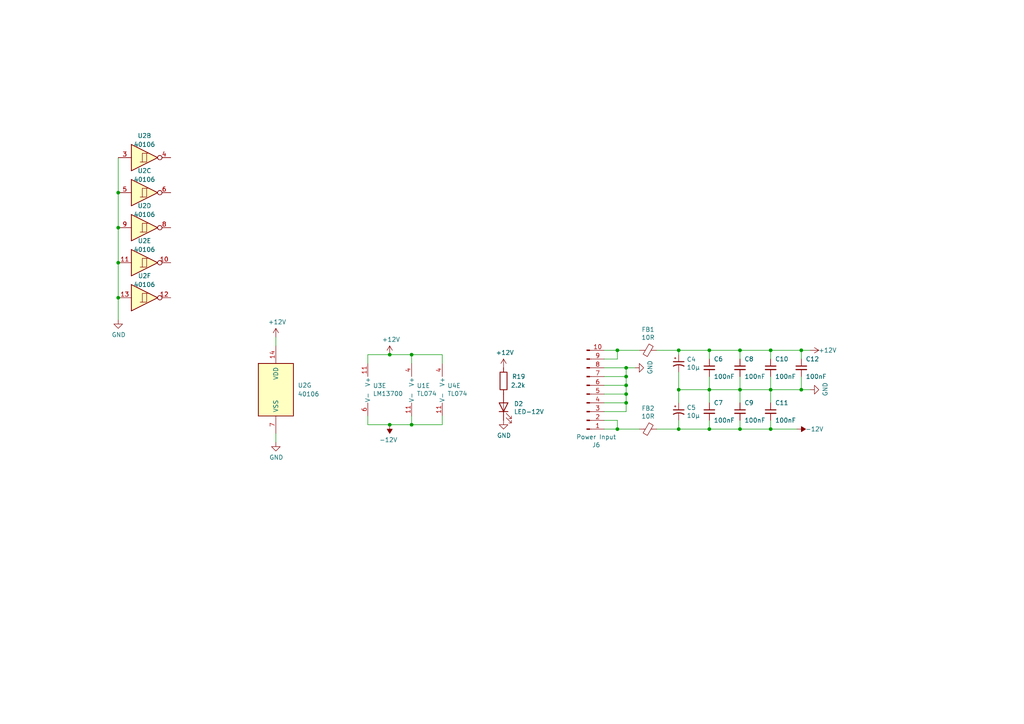
<source format=kicad_sch>
(kicad_sch (version 20211123) (generator eeschema)

  (uuid ef4aba63-f019-4bfe-be50-616c74cb231f)

  (paper "A4")

  (lib_symbols
    (symbol "4xxx:40106" (pin_names (offset 1.016)) (in_bom yes) (on_board yes)
      (property "Reference" "U" (id 0) (at 0 1.27 0)
        (effects (font (size 1.27 1.27)))
      )
      (property "Value" "40106" (id 1) (at 0 -1.27 0)
        (effects (font (size 1.27 1.27)))
      )
      (property "Footprint" "" (id 2) (at 0 0 0)
        (effects (font (size 1.27 1.27)) hide)
      )
      (property "Datasheet" "https://assets.nexperia.com/documents/data-sheet/HEF40106B.pdf" (id 3) (at 0 0 0)
        (effects (font (size 1.27 1.27)) hide)
      )
      (property "ki_locked" "" (id 4) (at 0 0 0)
        (effects (font (size 1.27 1.27)))
      )
      (property "ki_keywords" "CMOS" (id 5) (at 0 0 0)
        (effects (font (size 1.27 1.27)) hide)
      )
      (property "ki_description" "Hex Schmitt trigger inverter" (id 6) (at 0 0 0)
        (effects (font (size 1.27 1.27)) hide)
      )
      (property "ki_fp_filters" "DIP?14*" (id 7) (at 0 0 0)
        (effects (font (size 1.27 1.27)) hide)
      )
      (symbol "40106_1_0"
        (polyline
          (pts
            (xy -0.635 -1.27)
            (xy -0.635 1.27)
            (xy 0.635 1.27)
          )
          (stroke (width 0) (type default) (color 0 0 0 0))
          (fill (type none))
        )
        (polyline
          (pts
            (xy -3.81 3.81)
            (xy -3.81 -3.81)
            (xy 3.81 0)
            (xy -3.81 3.81)
          )
          (stroke (width 0.254) (type default) (color 0 0 0 0))
          (fill (type background))
        )
        (polyline
          (pts
            (xy -1.27 -1.27)
            (xy 0.635 -1.27)
            (xy 0.635 1.27)
            (xy 1.27 1.27)
          )
          (stroke (width 0) (type default) (color 0 0 0 0))
          (fill (type none))
        )
        (pin input line (at -7.62 0 0) (length 3.81)
          (name "~" (effects (font (size 1.27 1.27))))
          (number "1" (effects (font (size 1.27 1.27))))
        )
        (pin output inverted (at 7.62 0 180) (length 3.81)
          (name "~" (effects (font (size 1.27 1.27))))
          (number "2" (effects (font (size 1.27 1.27))))
        )
      )
      (symbol "40106_2_0"
        (polyline
          (pts
            (xy -0.635 -1.27)
            (xy -0.635 1.27)
            (xy 0.635 1.27)
          )
          (stroke (width 0) (type default) (color 0 0 0 0))
          (fill (type none))
        )
        (polyline
          (pts
            (xy -3.81 3.81)
            (xy -3.81 -3.81)
            (xy 3.81 0)
            (xy -3.81 3.81)
          )
          (stroke (width 0.254) (type default) (color 0 0 0 0))
          (fill (type background))
        )
        (polyline
          (pts
            (xy -1.27 -1.27)
            (xy 0.635 -1.27)
            (xy 0.635 1.27)
            (xy 1.27 1.27)
          )
          (stroke (width 0) (type default) (color 0 0 0 0))
          (fill (type none))
        )
        (pin input line (at -7.62 0 0) (length 3.81)
          (name "~" (effects (font (size 1.27 1.27))))
          (number "3" (effects (font (size 1.27 1.27))))
        )
        (pin output inverted (at 7.62 0 180) (length 3.81)
          (name "~" (effects (font (size 1.27 1.27))))
          (number "4" (effects (font (size 1.27 1.27))))
        )
      )
      (symbol "40106_3_0"
        (polyline
          (pts
            (xy -0.635 -1.27)
            (xy -0.635 1.27)
            (xy 0.635 1.27)
          )
          (stroke (width 0) (type default) (color 0 0 0 0))
          (fill (type none))
        )
        (polyline
          (pts
            (xy -3.81 3.81)
            (xy -3.81 -3.81)
            (xy 3.81 0)
            (xy -3.81 3.81)
          )
          (stroke (width 0.254) (type default) (color 0 0 0 0))
          (fill (type background))
        )
        (polyline
          (pts
            (xy -1.27 -1.27)
            (xy 0.635 -1.27)
            (xy 0.635 1.27)
            (xy 1.27 1.27)
          )
          (stroke (width 0) (type default) (color 0 0 0 0))
          (fill (type none))
        )
        (pin input line (at -7.62 0 0) (length 3.81)
          (name "~" (effects (font (size 1.27 1.27))))
          (number "5" (effects (font (size 1.27 1.27))))
        )
        (pin output inverted (at 7.62 0 180) (length 3.81)
          (name "~" (effects (font (size 1.27 1.27))))
          (number "6" (effects (font (size 1.27 1.27))))
        )
      )
      (symbol "40106_4_0"
        (polyline
          (pts
            (xy -0.635 -1.27)
            (xy -0.635 1.27)
            (xy 0.635 1.27)
          )
          (stroke (width 0) (type default) (color 0 0 0 0))
          (fill (type none))
        )
        (polyline
          (pts
            (xy -3.81 3.81)
            (xy -3.81 -3.81)
            (xy 3.81 0)
            (xy -3.81 3.81)
          )
          (stroke (width 0.254) (type default) (color 0 0 0 0))
          (fill (type background))
        )
        (polyline
          (pts
            (xy -1.27 -1.27)
            (xy 0.635 -1.27)
            (xy 0.635 1.27)
            (xy 1.27 1.27)
          )
          (stroke (width 0) (type default) (color 0 0 0 0))
          (fill (type none))
        )
        (pin output inverted (at 7.62 0 180) (length 3.81)
          (name "~" (effects (font (size 1.27 1.27))))
          (number "8" (effects (font (size 1.27 1.27))))
        )
        (pin input line (at -7.62 0 0) (length 3.81)
          (name "~" (effects (font (size 1.27 1.27))))
          (number "9" (effects (font (size 1.27 1.27))))
        )
      )
      (symbol "40106_5_0"
        (polyline
          (pts
            (xy -0.635 -1.27)
            (xy -0.635 1.27)
            (xy 0.635 1.27)
          )
          (stroke (width 0) (type default) (color 0 0 0 0))
          (fill (type none))
        )
        (polyline
          (pts
            (xy -3.81 3.81)
            (xy -3.81 -3.81)
            (xy 3.81 0)
            (xy -3.81 3.81)
          )
          (stroke (width 0.254) (type default) (color 0 0 0 0))
          (fill (type background))
        )
        (polyline
          (pts
            (xy -1.27 -1.27)
            (xy 0.635 -1.27)
            (xy 0.635 1.27)
            (xy 1.27 1.27)
          )
          (stroke (width 0) (type default) (color 0 0 0 0))
          (fill (type none))
        )
        (pin output inverted (at 7.62 0 180) (length 3.81)
          (name "~" (effects (font (size 1.27 1.27))))
          (number "10" (effects (font (size 1.27 1.27))))
        )
        (pin input line (at -7.62 0 0) (length 3.81)
          (name "~" (effects (font (size 1.27 1.27))))
          (number "11" (effects (font (size 1.27 1.27))))
        )
      )
      (symbol "40106_6_0"
        (polyline
          (pts
            (xy -0.635 -1.27)
            (xy -0.635 1.27)
            (xy 0.635 1.27)
          )
          (stroke (width 0) (type default) (color 0 0 0 0))
          (fill (type none))
        )
        (polyline
          (pts
            (xy -3.81 3.81)
            (xy -3.81 -3.81)
            (xy 3.81 0)
            (xy -3.81 3.81)
          )
          (stroke (width 0.254) (type default) (color 0 0 0 0))
          (fill (type background))
        )
        (polyline
          (pts
            (xy -1.27 -1.27)
            (xy 0.635 -1.27)
            (xy 0.635 1.27)
            (xy 1.27 1.27)
          )
          (stroke (width 0) (type default) (color 0 0 0 0))
          (fill (type none))
        )
        (pin output inverted (at 7.62 0 180) (length 3.81)
          (name "~" (effects (font (size 1.27 1.27))))
          (number "12" (effects (font (size 1.27 1.27))))
        )
        (pin input line (at -7.62 0 0) (length 3.81)
          (name "~" (effects (font (size 1.27 1.27))))
          (number "13" (effects (font (size 1.27 1.27))))
        )
      )
      (symbol "40106_7_0"
        (pin power_in line (at 0 12.7 270) (length 5.08)
          (name "VDD" (effects (font (size 1.27 1.27))))
          (number "14" (effects (font (size 1.27 1.27))))
        )
        (pin power_in line (at 0 -12.7 90) (length 5.08)
          (name "VSS" (effects (font (size 1.27 1.27))))
          (number "7" (effects (font (size 1.27 1.27))))
        )
      )
      (symbol "40106_7_1"
        (rectangle (start -5.08 7.62) (end 5.08 -7.62)
          (stroke (width 0.254) (type default) (color 0 0 0 0))
          (fill (type background))
        )
      )
    )
    (symbol "Amplifier_Operational:LM13700" (pin_names (offset 0.127)) (in_bom yes) (on_board yes)
      (property "Reference" "U" (id 0) (at 3.81 5.08 0)
        (effects (font (size 1.27 1.27)))
      )
      (property "Value" "LM13700" (id 1) (at 5.08 -5.08 0)
        (effects (font (size 1.27 1.27)))
      )
      (property "Footprint" "" (id 2) (at -7.62 0.635 0)
        (effects (font (size 1.27 1.27)) hide)
      )
      (property "Datasheet" "http://www.ti.com/lit/ds/symlink/lm13700.pdf" (id 3) (at -7.62 0.635 0)
        (effects (font (size 1.27 1.27)) hide)
      )
      (property "ki_locked" "" (id 4) (at 0 0 0)
        (effects (font (size 1.27 1.27)))
      )
      (property "ki_keywords" "operational transconductance amplifier OTA" (id 5) (at 0 0 0)
        (effects (font (size 1.27 1.27)) hide)
      )
      (property "ki_description" "Dual Operational Transconductance Amplifiers with Linearizing Diodes and Buffers, DIP-16/SOIC-16" (id 6) (at 0 0 0)
        (effects (font (size 1.27 1.27)) hide)
      )
      (property "ki_fp_filters" "SOIC*3.9x9.9mm*P1.27mm* DIP*W7.62mm*" (id 7) (at 0 0 0)
        (effects (font (size 1.27 1.27)) hide)
      )
      (symbol "LM13700_1_1"
        (polyline
          (pts
            (xy 3.81 -0.635)
            (xy 3.81 -2.54)
            (xy 5.08 -2.54)
          )
          (stroke (width 0) (type default) (color 0 0 0 0))
          (fill (type none))
        )
        (polyline
          (pts
            (xy 5.08 0)
            (xy -5.08 -5.08)
            (xy -5.08 5.08)
            (xy 5.08 0)
          )
          (stroke (width 0.254) (type default) (color 0 0 0 0))
          (fill (type background))
        )
        (pin output line (at 7.62 0 180) (length 2.54)
          (name "~" (effects (font (size 1.27 1.27))))
          (number "12" (effects (font (size 1.27 1.27))))
        )
        (pin input line (at -7.62 2.54 0) (length 2.54)
          (name "-" (effects (font (size 1.27 1.27))))
          (number "13" (effects (font (size 1.27 1.27))))
        )
        (pin input line (at -7.62 -2.54 0) (length 2.54)
          (name "+" (effects (font (size 1.27 1.27))))
          (number "14" (effects (font (size 1.27 1.27))))
        )
        (pin input line (at -7.62 0 0) (length 2.54)
          (name "DIODE_BIAS" (effects (font (size 0.508 0.508))))
          (number "15" (effects (font (size 1.27 1.27))))
        )
        (pin input line (at 7.62 -2.54 180) (length 2.54)
          (name "~" (effects (font (size 1.27 1.27))))
          (number "16" (effects (font (size 1.27 1.27))))
        )
      )
      (symbol "LM13700_2_0"
        (polyline
          (pts
            (xy -1.905 2.54)
            (xy -3.175 2.54)
          )
          (stroke (width 0) (type default) (color 0 0 0 0))
          (fill (type none))
        )
      )
      (symbol "LM13700_2_1"
        (circle (center -2.54 1.905) (radius 0.254)
          (stroke (width 0.254) (type default) (color 0 0 0 0))
          (fill (type outline))
        )
        (polyline
          (pts
            (xy -3.81 -0.635)
            (xy -2.54 -1.27)
          )
          (stroke (width 0) (type default) (color 0 0 0 0))
          (fill (type none))
        )
        (polyline
          (pts
            (xy -3.81 1.27)
            (xy -3.81 -1.27)
          )
          (stroke (width 0) (type default) (color 0 0 0 0))
          (fill (type none))
        )
        (polyline
          (pts
            (xy -2.54 -1.905)
            (xy -1.27 -2.54)
          )
          (stroke (width 0) (type default) (color 0 0 0 0))
          (fill (type none))
        )
        (polyline
          (pts
            (xy -2.54 0)
            (xy -2.54 -2.54)
          )
          (stroke (width 0) (type default) (color 0 0 0 0))
          (fill (type none))
        )
        (polyline
          (pts
            (xy -3.81 0.635)
            (xy -2.54 1.27)
            (xy -2.54 1.905)
            (xy -2.54 2.54)
          )
          (stroke (width 0) (type default) (color 0 0 0 0))
          (fill (type none))
        )
        (polyline
          (pts
            (xy -2.54 -1.27)
            (xy -3.175 -0.635)
            (xy -3.175 -1.27)
            (xy -2.54 -1.27)
          )
          (stroke (width 0) (type default) (color 0 0 0 0))
          (fill (type outline))
        )
        (polyline
          (pts
            (xy -2.54 -0.635)
            (xy -1.27 0)
            (xy -1.27 1.905)
            (xy -2.54 1.905)
          )
          (stroke (width 0) (type default) (color 0 0 0 0))
          (fill (type none))
        )
        (polyline
          (pts
            (xy -1.27 -2.54)
            (xy -1.905 -1.905)
            (xy -1.905 -2.54)
            (xy -1.27 -2.54)
          )
          (stroke (width 0) (type default) (color 0 0 0 0))
          (fill (type outline))
        )
        (text "V+" (at -2.54 3.81 0)
          (effects (font (size 1.27 1.27)))
        )
        (pin input line (at -7.62 0 0) (length 3.81)
          (name "~" (effects (font (size 1.27 1.27))))
          (number "10" (effects (font (size 1.27 1.27))))
        )
        (pin output line (at 2.54 -2.54 180) (length 3.81)
          (name "~" (effects (font (size 1.27 1.27))))
          (number "9" (effects (font (size 1.27 1.27))))
        )
      )
      (symbol "LM13700_3_1"
        (polyline
          (pts
            (xy 3.81 -0.635)
            (xy 3.81 -2.54)
            (xy 5.08 -2.54)
          )
          (stroke (width 0) (type default) (color 0 0 0 0))
          (fill (type none))
        )
        (polyline
          (pts
            (xy 5.08 0)
            (xy -5.08 -5.08)
            (xy -5.08 5.08)
            (xy 5.08 0)
          )
          (stroke (width 0.254) (type default) (color 0 0 0 0))
          (fill (type background))
        )
        (pin input line (at 7.62 -2.54 180) (length 2.54)
          (name "~" (effects (font (size 1.27 1.27))))
          (number "1" (effects (font (size 1.27 1.27))))
        )
        (pin input line (at -7.62 0 0) (length 2.54)
          (name "DIODE_BIAS" (effects (font (size 0.508 0.508))))
          (number "2" (effects (font (size 1.27 1.27))))
        )
        (pin input line (at -7.62 -2.54 0) (length 2.54)
          (name "+" (effects (font (size 1.27 1.27))))
          (number "3" (effects (font (size 1.27 1.27))))
        )
        (pin input line (at -7.62 2.54 0) (length 2.54)
          (name "-" (effects (font (size 1.27 1.27))))
          (number "4" (effects (font (size 1.27 1.27))))
        )
        (pin output line (at 7.62 0 180) (length 2.54)
          (name "~" (effects (font (size 1.27 1.27))))
          (number "5" (effects (font (size 1.27 1.27))))
        )
      )
      (symbol "LM13700_4_0"
        (polyline
          (pts
            (xy -3.175 2.54)
            (xy -1.905 2.54)
          )
          (stroke (width 0) (type default) (color 0 0 0 0))
          (fill (type none))
        )
        (text "V+" (at -2.54 3.81 0)
          (effects (font (size 1.27 1.27)))
        )
      )
      (symbol "LM13700_4_1"
        (circle (center -2.54 1.905) (radius 0.254)
          (stroke (width 0.254) (type default) (color 0 0 0 0))
          (fill (type outline))
        )
        (polyline
          (pts
            (xy -3.81 -0.635)
            (xy -2.54 -1.27)
          )
          (stroke (width 0) (type default) (color 0 0 0 0))
          (fill (type none))
        )
        (polyline
          (pts
            (xy -3.81 1.27)
            (xy -3.81 -1.27)
          )
          (stroke (width 0) (type default) (color 0 0 0 0))
          (fill (type none))
        )
        (polyline
          (pts
            (xy -2.54 -1.905)
            (xy -1.27 -2.54)
          )
          (stroke (width 0) (type default) (color 0 0 0 0))
          (fill (type none))
        )
        (polyline
          (pts
            (xy -2.54 0)
            (xy -2.54 -2.54)
          )
          (stroke (width 0) (type default) (color 0 0 0 0))
          (fill (type none))
        )
        (polyline
          (pts
            (xy -3.81 0.635)
            (xy -2.54 1.27)
            (xy -2.54 2.54)
          )
          (stroke (width 0) (type default) (color 0 0 0 0))
          (fill (type none))
        )
        (polyline
          (pts
            (xy -2.54 -1.27)
            (xy -3.175 -0.635)
            (xy -3.175 -1.27)
            (xy -2.54 -1.27)
          )
          (stroke (width 0) (type default) (color 0 0 0 0))
          (fill (type outline))
        )
        (polyline
          (pts
            (xy -2.54 -0.635)
            (xy -1.27 0)
            (xy -1.27 1.905)
            (xy -2.54 1.905)
          )
          (stroke (width 0) (type default) (color 0 0 0 0))
          (fill (type none))
        )
        (polyline
          (pts
            (xy -1.27 -2.54)
            (xy -1.905 -1.905)
            (xy -1.905 -2.54)
            (xy -1.27 -2.54)
          )
          (stroke (width 0) (type default) (color 0 0 0 0))
          (fill (type outline))
        )
        (pin input line (at -7.62 0 0) (length 3.81)
          (name "~" (effects (font (size 1.27 1.27))))
          (number "7" (effects (font (size 1.27 1.27))))
        )
        (pin output line (at 2.54 -2.54 180) (length 3.81)
          (name "~" (effects (font (size 1.27 1.27))))
          (number "8" (effects (font (size 1.27 1.27))))
        )
      )
      (symbol "LM13700_5_1"
        (pin power_in line (at -2.54 7.62 270) (length 3.81)
          (name "V+" (effects (font (size 1.27 1.27))))
          (number "11" (effects (font (size 1.27 1.27))))
        )
        (pin power_in line (at -2.54 -7.62 90) (length 3.81)
          (name "V-" (effects (font (size 1.27 1.27))))
          (number "6" (effects (font (size 1.27 1.27))))
        )
      )
    )
    (symbol "Amplifier_Operational:TL074" (pin_names (offset 0.127)) (in_bom yes) (on_board yes)
      (property "Reference" "U" (id 0) (at 0 5.08 0)
        (effects (font (size 1.27 1.27)) (justify left))
      )
      (property "Value" "TL074" (id 1) (at 0 -5.08 0)
        (effects (font (size 1.27 1.27)) (justify left))
      )
      (property "Footprint" "" (id 2) (at -1.27 2.54 0)
        (effects (font (size 1.27 1.27)) hide)
      )
      (property "Datasheet" "http://www.ti.com/lit/ds/symlink/tl071.pdf" (id 3) (at 1.27 5.08 0)
        (effects (font (size 1.27 1.27)) hide)
      )
      (property "ki_locked" "" (id 4) (at 0 0 0)
        (effects (font (size 1.27 1.27)))
      )
      (property "ki_keywords" "quad opamp" (id 5) (at 0 0 0)
        (effects (font (size 1.27 1.27)) hide)
      )
      (property "ki_description" "Quad Low-Noise JFET-Input Operational Amplifiers, DIP-14/SOIC-14" (id 6) (at 0 0 0)
        (effects (font (size 1.27 1.27)) hide)
      )
      (property "ki_fp_filters" "SOIC*3.9x8.7mm*P1.27mm* DIP*W7.62mm* TSSOP*4.4x5mm*P0.65mm* SSOP*5.3x6.2mm*P0.65mm* MSOP*3x3mm*P0.5mm*" (id 7) (at 0 0 0)
        (effects (font (size 1.27 1.27)) hide)
      )
      (symbol "TL074_1_1"
        (polyline
          (pts
            (xy -5.08 5.08)
            (xy 5.08 0)
            (xy -5.08 -5.08)
            (xy -5.08 5.08)
          )
          (stroke (width 0.254) (type default) (color 0 0 0 0))
          (fill (type background))
        )
        (pin output line (at 7.62 0 180) (length 2.54)
          (name "~" (effects (font (size 1.27 1.27))))
          (number "1" (effects (font (size 1.27 1.27))))
        )
        (pin input line (at -7.62 -2.54 0) (length 2.54)
          (name "-" (effects (font (size 1.27 1.27))))
          (number "2" (effects (font (size 1.27 1.27))))
        )
        (pin input line (at -7.62 2.54 0) (length 2.54)
          (name "+" (effects (font (size 1.27 1.27))))
          (number "3" (effects (font (size 1.27 1.27))))
        )
      )
      (symbol "TL074_2_1"
        (polyline
          (pts
            (xy -5.08 5.08)
            (xy 5.08 0)
            (xy -5.08 -5.08)
            (xy -5.08 5.08)
          )
          (stroke (width 0.254) (type default) (color 0 0 0 0))
          (fill (type background))
        )
        (pin input line (at -7.62 2.54 0) (length 2.54)
          (name "+" (effects (font (size 1.27 1.27))))
          (number "5" (effects (font (size 1.27 1.27))))
        )
        (pin input line (at -7.62 -2.54 0) (length 2.54)
          (name "-" (effects (font (size 1.27 1.27))))
          (number "6" (effects (font (size 1.27 1.27))))
        )
        (pin output line (at 7.62 0 180) (length 2.54)
          (name "~" (effects (font (size 1.27 1.27))))
          (number "7" (effects (font (size 1.27 1.27))))
        )
      )
      (symbol "TL074_3_1"
        (polyline
          (pts
            (xy -5.08 5.08)
            (xy 5.08 0)
            (xy -5.08 -5.08)
            (xy -5.08 5.08)
          )
          (stroke (width 0.254) (type default) (color 0 0 0 0))
          (fill (type background))
        )
        (pin input line (at -7.62 2.54 0) (length 2.54)
          (name "+" (effects (font (size 1.27 1.27))))
          (number "10" (effects (font (size 1.27 1.27))))
        )
        (pin output line (at 7.62 0 180) (length 2.54)
          (name "~" (effects (font (size 1.27 1.27))))
          (number "8" (effects (font (size 1.27 1.27))))
        )
        (pin input line (at -7.62 -2.54 0) (length 2.54)
          (name "-" (effects (font (size 1.27 1.27))))
          (number "9" (effects (font (size 1.27 1.27))))
        )
      )
      (symbol "TL074_4_1"
        (polyline
          (pts
            (xy -5.08 5.08)
            (xy 5.08 0)
            (xy -5.08 -5.08)
            (xy -5.08 5.08)
          )
          (stroke (width 0.254) (type default) (color 0 0 0 0))
          (fill (type background))
        )
        (pin input line (at -7.62 2.54 0) (length 2.54)
          (name "+" (effects (font (size 1.27 1.27))))
          (number "12" (effects (font (size 1.27 1.27))))
        )
        (pin input line (at -7.62 -2.54 0) (length 2.54)
          (name "-" (effects (font (size 1.27 1.27))))
          (number "13" (effects (font (size 1.27 1.27))))
        )
        (pin output line (at 7.62 0 180) (length 2.54)
          (name "~" (effects (font (size 1.27 1.27))))
          (number "14" (effects (font (size 1.27 1.27))))
        )
      )
      (symbol "TL074_5_1"
        (pin power_in line (at -2.54 -7.62 90) (length 3.81)
          (name "V-" (effects (font (size 1.27 1.27))))
          (number "11" (effects (font (size 1.27 1.27))))
        )
        (pin power_in line (at -2.54 7.62 270) (length 3.81)
          (name "V+" (effects (font (size 1.27 1.27))))
          (number "4" (effects (font (size 1.27 1.27))))
        )
      )
    )
    (symbol "Connector:Conn_01x10_Male" (pin_names (offset 1.016) hide) (in_bom yes) (on_board yes)
      (property "Reference" "J" (id 0) (at 0 12.7 0)
        (effects (font (size 1.27 1.27)))
      )
      (property "Value" "Conn_01x10_Male" (id 1) (at 0 -15.24 0)
        (effects (font (size 1.27 1.27)))
      )
      (property "Footprint" "" (id 2) (at 0 0 0)
        (effects (font (size 1.27 1.27)) hide)
      )
      (property "Datasheet" "~" (id 3) (at 0 0 0)
        (effects (font (size 1.27 1.27)) hide)
      )
      (property "ki_keywords" "connector" (id 4) (at 0 0 0)
        (effects (font (size 1.27 1.27)) hide)
      )
      (property "ki_description" "Generic connector, single row, 01x10, script generated (kicad-library-utils/schlib/autogen/connector/)" (id 5) (at 0 0 0)
        (effects (font (size 1.27 1.27)) hide)
      )
      (property "ki_fp_filters" "Connector*:*_1x??_*" (id 6) (at 0 0 0)
        (effects (font (size 1.27 1.27)) hide)
      )
      (symbol "Conn_01x10_Male_1_1"
        (polyline
          (pts
            (xy 1.27 -12.7)
            (xy 0.8636 -12.7)
          )
          (stroke (width 0.1524) (type default) (color 0 0 0 0))
          (fill (type none))
        )
        (polyline
          (pts
            (xy 1.27 -10.16)
            (xy 0.8636 -10.16)
          )
          (stroke (width 0.1524) (type default) (color 0 0 0 0))
          (fill (type none))
        )
        (polyline
          (pts
            (xy 1.27 -7.62)
            (xy 0.8636 -7.62)
          )
          (stroke (width 0.1524) (type default) (color 0 0 0 0))
          (fill (type none))
        )
        (polyline
          (pts
            (xy 1.27 -5.08)
            (xy 0.8636 -5.08)
          )
          (stroke (width 0.1524) (type default) (color 0 0 0 0))
          (fill (type none))
        )
        (polyline
          (pts
            (xy 1.27 -2.54)
            (xy 0.8636 -2.54)
          )
          (stroke (width 0.1524) (type default) (color 0 0 0 0))
          (fill (type none))
        )
        (polyline
          (pts
            (xy 1.27 0)
            (xy 0.8636 0)
          )
          (stroke (width 0.1524) (type default) (color 0 0 0 0))
          (fill (type none))
        )
        (polyline
          (pts
            (xy 1.27 2.54)
            (xy 0.8636 2.54)
          )
          (stroke (width 0.1524) (type default) (color 0 0 0 0))
          (fill (type none))
        )
        (polyline
          (pts
            (xy 1.27 5.08)
            (xy 0.8636 5.08)
          )
          (stroke (width 0.1524) (type default) (color 0 0 0 0))
          (fill (type none))
        )
        (polyline
          (pts
            (xy 1.27 7.62)
            (xy 0.8636 7.62)
          )
          (stroke (width 0.1524) (type default) (color 0 0 0 0))
          (fill (type none))
        )
        (polyline
          (pts
            (xy 1.27 10.16)
            (xy 0.8636 10.16)
          )
          (stroke (width 0.1524) (type default) (color 0 0 0 0))
          (fill (type none))
        )
        (rectangle (start 0.8636 -12.573) (end 0 -12.827)
          (stroke (width 0.1524) (type default) (color 0 0 0 0))
          (fill (type outline))
        )
        (rectangle (start 0.8636 -10.033) (end 0 -10.287)
          (stroke (width 0.1524) (type default) (color 0 0 0 0))
          (fill (type outline))
        )
        (rectangle (start 0.8636 -7.493) (end 0 -7.747)
          (stroke (width 0.1524) (type default) (color 0 0 0 0))
          (fill (type outline))
        )
        (rectangle (start 0.8636 -4.953) (end 0 -5.207)
          (stroke (width 0.1524) (type default) (color 0 0 0 0))
          (fill (type outline))
        )
        (rectangle (start 0.8636 -2.413) (end 0 -2.667)
          (stroke (width 0.1524) (type default) (color 0 0 0 0))
          (fill (type outline))
        )
        (rectangle (start 0.8636 0.127) (end 0 -0.127)
          (stroke (width 0.1524) (type default) (color 0 0 0 0))
          (fill (type outline))
        )
        (rectangle (start 0.8636 2.667) (end 0 2.413)
          (stroke (width 0.1524) (type default) (color 0 0 0 0))
          (fill (type outline))
        )
        (rectangle (start 0.8636 5.207) (end 0 4.953)
          (stroke (width 0.1524) (type default) (color 0 0 0 0))
          (fill (type outline))
        )
        (rectangle (start 0.8636 7.747) (end 0 7.493)
          (stroke (width 0.1524) (type default) (color 0 0 0 0))
          (fill (type outline))
        )
        (rectangle (start 0.8636 10.287) (end 0 10.033)
          (stroke (width 0.1524) (type default) (color 0 0 0 0))
          (fill (type outline))
        )
        (pin passive line (at 5.08 10.16 180) (length 3.81)
          (name "Pin_1" (effects (font (size 1.27 1.27))))
          (number "1" (effects (font (size 1.27 1.27))))
        )
        (pin passive line (at 5.08 -12.7 180) (length 3.81)
          (name "Pin_10" (effects (font (size 1.27 1.27))))
          (number "10" (effects (font (size 1.27 1.27))))
        )
        (pin passive line (at 5.08 7.62 180) (length 3.81)
          (name "Pin_2" (effects (font (size 1.27 1.27))))
          (number "2" (effects (font (size 1.27 1.27))))
        )
        (pin passive line (at 5.08 5.08 180) (length 3.81)
          (name "Pin_3" (effects (font (size 1.27 1.27))))
          (number "3" (effects (font (size 1.27 1.27))))
        )
        (pin passive line (at 5.08 2.54 180) (length 3.81)
          (name "Pin_4" (effects (font (size 1.27 1.27))))
          (number "4" (effects (font (size 1.27 1.27))))
        )
        (pin passive line (at 5.08 0 180) (length 3.81)
          (name "Pin_5" (effects (font (size 1.27 1.27))))
          (number "5" (effects (font (size 1.27 1.27))))
        )
        (pin passive line (at 5.08 -2.54 180) (length 3.81)
          (name "Pin_6" (effects (font (size 1.27 1.27))))
          (number "6" (effects (font (size 1.27 1.27))))
        )
        (pin passive line (at 5.08 -5.08 180) (length 3.81)
          (name "Pin_7" (effects (font (size 1.27 1.27))))
          (number "7" (effects (font (size 1.27 1.27))))
        )
        (pin passive line (at 5.08 -7.62 180) (length 3.81)
          (name "Pin_8" (effects (font (size 1.27 1.27))))
          (number "8" (effects (font (size 1.27 1.27))))
        )
        (pin passive line (at 5.08 -10.16 180) (length 3.81)
          (name "Pin_9" (effects (font (size 1.27 1.27))))
          (number "9" (effects (font (size 1.27 1.27))))
        )
      )
    )
    (symbol "Device:CP1_Small" (pin_numbers hide) (pin_names (offset 0.254) hide) (in_bom yes) (on_board yes)
      (property "Reference" "C" (id 0) (at 0.254 1.778 0)
        (effects (font (size 1.27 1.27)) (justify left))
      )
      (property "Value" "Device_CP1_Small" (id 1) (at 0.254 -2.032 0)
        (effects (font (size 1.27 1.27)) (justify left))
      )
      (property "Footprint" "" (id 2) (at 0 0 0)
        (effects (font (size 1.27 1.27)) hide)
      )
      (property "Datasheet" "" (id 3) (at 0 0 0)
        (effects (font (size 1.27 1.27)) hide)
      )
      (property "ki_fp_filters" "CP_*" (id 4) (at 0 0 0)
        (effects (font (size 1.27 1.27)) hide)
      )
      (symbol "CP1_Small_0_1"
        (polyline
          (pts
            (xy -1.524 0.508)
            (xy 1.524 0.508)
          )
          (stroke (width 0.3048) (type default) (color 0 0 0 0))
          (fill (type none))
        )
        (polyline
          (pts
            (xy -1.27 1.524)
            (xy -0.762 1.524)
          )
          (stroke (width 0) (type default) (color 0 0 0 0))
          (fill (type none))
        )
        (polyline
          (pts
            (xy -1.016 1.27)
            (xy -1.016 1.778)
          )
          (stroke (width 0) (type default) (color 0 0 0 0))
          (fill (type none))
        )
        (arc (start 1.524 -0.762) (mid 0 -0.3734) (end -1.524 -0.762)
          (stroke (width 0.3048) (type default) (color 0 0 0 0))
          (fill (type none))
        )
      )
      (symbol "CP1_Small_1_1"
        (pin passive line (at 0 2.54 270) (length 2.032)
          (name "~" (effects (font (size 1.27 1.27))))
          (number "1" (effects (font (size 1.27 1.27))))
        )
        (pin passive line (at 0 -2.54 90) (length 2.032)
          (name "~" (effects (font (size 1.27 1.27))))
          (number "2" (effects (font (size 1.27 1.27))))
        )
      )
    )
    (symbol "Device:C_Small" (pin_numbers hide) (pin_names (offset 0.254) hide) (in_bom yes) (on_board yes)
      (property "Reference" "C" (id 0) (at 0.254 1.778 0)
        (effects (font (size 1.27 1.27)) (justify left))
      )
      (property "Value" "C_Small" (id 1) (at 0.254 -2.032 0)
        (effects (font (size 1.27 1.27)) (justify left))
      )
      (property "Footprint" "" (id 2) (at 0 0 0)
        (effects (font (size 1.27 1.27)) hide)
      )
      (property "Datasheet" "~" (id 3) (at 0 0 0)
        (effects (font (size 1.27 1.27)) hide)
      )
      (property "ki_keywords" "capacitor cap" (id 4) (at 0 0 0)
        (effects (font (size 1.27 1.27)) hide)
      )
      (property "ki_description" "Unpolarized capacitor, small symbol" (id 5) (at 0 0 0)
        (effects (font (size 1.27 1.27)) hide)
      )
      (property "ki_fp_filters" "C_*" (id 6) (at 0 0 0)
        (effects (font (size 1.27 1.27)) hide)
      )
      (symbol "C_Small_0_1"
        (polyline
          (pts
            (xy -1.524 -0.508)
            (xy 1.524 -0.508)
          )
          (stroke (width 0.3302) (type default) (color 0 0 0 0))
          (fill (type none))
        )
        (polyline
          (pts
            (xy -1.524 0.508)
            (xy 1.524 0.508)
          )
          (stroke (width 0.3048) (type default) (color 0 0 0 0))
          (fill (type none))
        )
      )
      (symbol "C_Small_1_1"
        (pin passive line (at 0 2.54 270) (length 2.032)
          (name "~" (effects (font (size 1.27 1.27))))
          (number "1" (effects (font (size 1.27 1.27))))
        )
        (pin passive line (at 0 -2.54 90) (length 2.032)
          (name "~" (effects (font (size 1.27 1.27))))
          (number "2" (effects (font (size 1.27 1.27))))
        )
      )
    )
    (symbol "Device:Ferrite_Bead_Small" (pin_numbers hide) (pin_names (offset 0)) (in_bom yes) (on_board yes)
      (property "Reference" "FB" (id 0) (at 1.905 1.27 0)
        (effects (font (size 1.27 1.27)) (justify left))
      )
      (property "Value" "Device_Ferrite_Bead_Small" (id 1) (at 1.905 -1.27 0)
        (effects (font (size 1.27 1.27)) (justify left))
      )
      (property "Footprint" "" (id 2) (at -1.778 0 90)
        (effects (font (size 1.27 1.27)) hide)
      )
      (property "Datasheet" "" (id 3) (at 0 0 0)
        (effects (font (size 1.27 1.27)) hide)
      )
      (property "ki_fp_filters" "Inductor_* L_* *Ferrite*" (id 4) (at 0 0 0)
        (effects (font (size 1.27 1.27)) hide)
      )
      (symbol "Ferrite_Bead_Small_0_1"
        (polyline
          (pts
            (xy 0 -1.27)
            (xy 0 -0.7874)
          )
          (stroke (width 0) (type default) (color 0 0 0 0))
          (fill (type none))
        )
        (polyline
          (pts
            (xy 0 0.889)
            (xy 0 1.2954)
          )
          (stroke (width 0) (type default) (color 0 0 0 0))
          (fill (type none))
        )
        (polyline
          (pts
            (xy -1.8288 0.2794)
            (xy -1.1176 1.4986)
            (xy 1.8288 -0.2032)
            (xy 1.1176 -1.4224)
            (xy -1.8288 0.2794)
          )
          (stroke (width 0) (type default) (color 0 0 0 0))
          (fill (type none))
        )
      )
      (symbol "Ferrite_Bead_Small_1_1"
        (pin passive line (at 0 2.54 270) (length 1.27)
          (name "~" (effects (font (size 1.27 1.27))))
          (number "1" (effects (font (size 1.27 1.27))))
        )
        (pin passive line (at 0 -2.54 90) (length 1.27)
          (name "~" (effects (font (size 1.27 1.27))))
          (number "2" (effects (font (size 1.27 1.27))))
        )
      )
    )
    (symbol "Device:LED" (pin_numbers hide) (pin_names (offset 1.016) hide) (in_bom yes) (on_board yes)
      (property "Reference" "D" (id 0) (at 0 2.54 0)
        (effects (font (size 1.27 1.27)))
      )
      (property "Value" "LED" (id 1) (at 0 -2.54 0)
        (effects (font (size 1.27 1.27)))
      )
      (property "Footprint" "" (id 2) (at 0 0 0)
        (effects (font (size 1.27 1.27)) hide)
      )
      (property "Datasheet" "~" (id 3) (at 0 0 0)
        (effects (font (size 1.27 1.27)) hide)
      )
      (property "ki_keywords" "LED diode" (id 4) (at 0 0 0)
        (effects (font (size 1.27 1.27)) hide)
      )
      (property "ki_description" "Light emitting diode" (id 5) (at 0 0 0)
        (effects (font (size 1.27 1.27)) hide)
      )
      (property "ki_fp_filters" "LED* LED_SMD:* LED_THT:*" (id 6) (at 0 0 0)
        (effects (font (size 1.27 1.27)) hide)
      )
      (symbol "LED_0_1"
        (polyline
          (pts
            (xy -1.27 -1.27)
            (xy -1.27 1.27)
          )
          (stroke (width 0.254) (type default) (color 0 0 0 0))
          (fill (type none))
        )
        (polyline
          (pts
            (xy -1.27 0)
            (xy 1.27 0)
          )
          (stroke (width 0) (type default) (color 0 0 0 0))
          (fill (type none))
        )
        (polyline
          (pts
            (xy 1.27 -1.27)
            (xy 1.27 1.27)
            (xy -1.27 0)
            (xy 1.27 -1.27)
          )
          (stroke (width 0.254) (type default) (color 0 0 0 0))
          (fill (type none))
        )
        (polyline
          (pts
            (xy -3.048 -0.762)
            (xy -4.572 -2.286)
            (xy -3.81 -2.286)
            (xy -4.572 -2.286)
            (xy -4.572 -1.524)
          )
          (stroke (width 0) (type default) (color 0 0 0 0))
          (fill (type none))
        )
        (polyline
          (pts
            (xy -1.778 -0.762)
            (xy -3.302 -2.286)
            (xy -2.54 -2.286)
            (xy -3.302 -2.286)
            (xy -3.302 -1.524)
          )
          (stroke (width 0) (type default) (color 0 0 0 0))
          (fill (type none))
        )
      )
      (symbol "LED_1_1"
        (pin passive line (at -3.81 0 0) (length 2.54)
          (name "K" (effects (font (size 1.27 1.27))))
          (number "1" (effects (font (size 1.27 1.27))))
        )
        (pin passive line (at 3.81 0 180) (length 2.54)
          (name "A" (effects (font (size 1.27 1.27))))
          (number "2" (effects (font (size 1.27 1.27))))
        )
      )
    )
    (symbol "Device:R" (pin_numbers hide) (pin_names (offset 0)) (in_bom yes) (on_board yes)
      (property "Reference" "R" (id 0) (at 2.032 0 90)
        (effects (font (size 1.27 1.27)))
      )
      (property "Value" "R" (id 1) (at 0 0 90)
        (effects (font (size 1.27 1.27)))
      )
      (property "Footprint" "" (id 2) (at -1.778 0 90)
        (effects (font (size 1.27 1.27)) hide)
      )
      (property "Datasheet" "~" (id 3) (at 0 0 0)
        (effects (font (size 1.27 1.27)) hide)
      )
      (property "ki_keywords" "R res resistor" (id 4) (at 0 0 0)
        (effects (font (size 1.27 1.27)) hide)
      )
      (property "ki_description" "Resistor" (id 5) (at 0 0 0)
        (effects (font (size 1.27 1.27)) hide)
      )
      (property "ki_fp_filters" "R_*" (id 6) (at 0 0 0)
        (effects (font (size 1.27 1.27)) hide)
      )
      (symbol "R_0_1"
        (rectangle (start -1.016 -2.54) (end 1.016 2.54)
          (stroke (width 0.254) (type default) (color 0 0 0 0))
          (fill (type none))
        )
      )
      (symbol "R_1_1"
        (pin passive line (at 0 3.81 270) (length 1.27)
          (name "~" (effects (font (size 1.27 1.27))))
          (number "1" (effects (font (size 1.27 1.27))))
        )
        (pin passive line (at 0 -3.81 90) (length 1.27)
          (name "~" (effects (font (size 1.27 1.27))))
          (number "2" (effects (font (size 1.27 1.27))))
        )
      )
    )
    (symbol "power:+12V" (power) (pin_names (offset 0)) (in_bom yes) (on_board yes)
      (property "Reference" "#PWR" (id 0) (at 0 -3.81 0)
        (effects (font (size 1.27 1.27)) hide)
      )
      (property "Value" "+12V" (id 1) (at 0 3.556 0)
        (effects (font (size 1.27 1.27)))
      )
      (property "Footprint" "" (id 2) (at 0 0 0)
        (effects (font (size 1.27 1.27)) hide)
      )
      (property "Datasheet" "" (id 3) (at 0 0 0)
        (effects (font (size 1.27 1.27)) hide)
      )
      (property "ki_keywords" "power-flag" (id 4) (at 0 0 0)
        (effects (font (size 1.27 1.27)) hide)
      )
      (property "ki_description" "Power symbol creates a global label with name \"+12V\"" (id 5) (at 0 0 0)
        (effects (font (size 1.27 1.27)) hide)
      )
      (symbol "+12V_0_1"
        (polyline
          (pts
            (xy -0.762 1.27)
            (xy 0 2.54)
          )
          (stroke (width 0) (type default) (color 0 0 0 0))
          (fill (type none))
        )
        (polyline
          (pts
            (xy 0 0)
            (xy 0 2.54)
          )
          (stroke (width 0) (type default) (color 0 0 0 0))
          (fill (type none))
        )
        (polyline
          (pts
            (xy 0 2.54)
            (xy 0.762 1.27)
          )
          (stroke (width 0) (type default) (color 0 0 0 0))
          (fill (type none))
        )
      )
      (symbol "+12V_1_1"
        (pin power_in line (at 0 0 90) (length 0) hide
          (name "+12V" (effects (font (size 1.27 1.27))))
          (number "1" (effects (font (size 1.27 1.27))))
        )
      )
    )
    (symbol "power:-12V" (power) (pin_names (offset 0)) (in_bom yes) (on_board yes)
      (property "Reference" "#PWR" (id 0) (at 0 2.54 0)
        (effects (font (size 1.27 1.27)) hide)
      )
      (property "Value" "-12V" (id 1) (at 0 3.81 0)
        (effects (font (size 1.27 1.27)))
      )
      (property "Footprint" "" (id 2) (at 0 0 0)
        (effects (font (size 1.27 1.27)) hide)
      )
      (property "Datasheet" "" (id 3) (at 0 0 0)
        (effects (font (size 1.27 1.27)) hide)
      )
      (property "ki_keywords" "power-flag" (id 4) (at 0 0 0)
        (effects (font (size 1.27 1.27)) hide)
      )
      (property "ki_description" "Power symbol creates a global label with name \"-12V\"" (id 5) (at 0 0 0)
        (effects (font (size 1.27 1.27)) hide)
      )
      (symbol "-12V_0_0"
        (pin power_in line (at 0 0 90) (length 0) hide
          (name "-12V" (effects (font (size 1.27 1.27))))
          (number "1" (effects (font (size 1.27 1.27))))
        )
      )
      (symbol "-12V_0_1"
        (polyline
          (pts
            (xy 0 0)
            (xy 0 1.27)
            (xy 0.762 1.27)
            (xy 0 2.54)
            (xy -0.762 1.27)
            (xy 0 1.27)
          )
          (stroke (width 0) (type default) (color 0 0 0 0))
          (fill (type outline))
        )
      )
    )
    (symbol "power:GND" (power) (pin_names (offset 0)) (in_bom yes) (on_board yes)
      (property "Reference" "#PWR" (id 0) (at 0 -6.35 0)
        (effects (font (size 1.27 1.27)) hide)
      )
      (property "Value" "GND" (id 1) (at 0 -3.81 0)
        (effects (font (size 1.27 1.27)))
      )
      (property "Footprint" "" (id 2) (at 0 0 0)
        (effects (font (size 1.27 1.27)) hide)
      )
      (property "Datasheet" "" (id 3) (at 0 0 0)
        (effects (font (size 1.27 1.27)) hide)
      )
      (property "ki_keywords" "power-flag" (id 4) (at 0 0 0)
        (effects (font (size 1.27 1.27)) hide)
      )
      (property "ki_description" "Power symbol creates a global label with name \"GND\" , ground" (id 5) (at 0 0 0)
        (effects (font (size 1.27 1.27)) hide)
      )
      (symbol "GND_0_1"
        (polyline
          (pts
            (xy 0 0)
            (xy 0 -1.27)
            (xy 1.27 -1.27)
            (xy 0 -2.54)
            (xy -1.27 -1.27)
            (xy 0 -1.27)
          )
          (stroke (width 0) (type default) (color 0 0 0 0))
          (fill (type none))
        )
      )
      (symbol "GND_1_1"
        (pin power_in line (at 0 0 270) (length 0) hide
          (name "GND" (effects (font (size 1.27 1.27))))
          (number "1" (effects (font (size 1.27 1.27))))
        )
      )
    )
  )

  (junction (at 196.85 101.6) (diameter 0) (color 0 0 0 0)
    (uuid 00f81271-c8f8-4be3-97f7-13ff795dd213)
  )
  (junction (at 181.61 116.84) (diameter 0) (color 0 0 0 0)
    (uuid 130823c8-c664-4c8f-9211-d5b60d6ae73b)
  )
  (junction (at 232.41 113.03) (diameter 0) (color 0 0 0 0)
    (uuid 16092621-e0fc-4e81-b7db-c8ff3a672b89)
  )
  (junction (at 113.03 123.19) (diameter 0) (color 0 0 0 0)
    (uuid 17da522c-5964-411b-929a-e5404c154733)
  )
  (junction (at 181.61 106.68) (diameter 0) (color 0 0 0 0)
    (uuid 18344a35-292e-403a-a5a6-307c8aadb246)
  )
  (junction (at 205.74 124.46) (diameter 0) (color 0 0 0 0)
    (uuid 197e7e52-d4da-481c-8189-c31e9f533a8d)
  )
  (junction (at 214.63 101.6) (diameter 0) (color 0 0 0 0)
    (uuid 22a57dd2-408b-430a-abcb-69376eaa4deb)
  )
  (junction (at 223.52 124.46) (diameter 0) (color 0 0 0 0)
    (uuid 266ff6d0-d751-4f4c-ab3b-384b1bb00a75)
  )
  (junction (at 205.74 113.03) (diameter 0) (color 0 0 0 0)
    (uuid 28ca3895-7061-4ad3-b71a-be75dd56f984)
  )
  (junction (at 181.61 114.3) (diameter 0) (color 0 0 0 0)
    (uuid 367d7671-990e-41f7-bb62-1a1f2f08cdea)
  )
  (junction (at 214.63 113.03) (diameter 0) (color 0 0 0 0)
    (uuid 3d774893-1645-4f34-b769-fca8257ffe66)
  )
  (junction (at 179.07 124.46) (diameter 0) (color 0 0 0 0)
    (uuid 45c8615d-f601-4822-95a8-d73bf66c1425)
  )
  (junction (at 34.29 86.36) (diameter 0) (color 0 0 0 0)
    (uuid 4d36c119-ba10-45b7-881f-a4a5c576adc0)
  )
  (junction (at 119.38 102.87) (diameter 0) (color 0 0 0 0)
    (uuid 517f5e65-479d-4cb5-b036-253ddad8f00a)
  )
  (junction (at 214.63 124.46) (diameter 0) (color 0 0 0 0)
    (uuid 64bc8bb5-dd58-4304-b13d-1518590d14da)
  )
  (junction (at 179.07 101.6) (diameter 0) (color 0 0 0 0)
    (uuid 67f63dd1-165b-4c8d-b897-1e2a908f208f)
  )
  (junction (at 34.29 66.04) (diameter 0) (color 0 0 0 0)
    (uuid 71b76b01-0ec3-4146-ba2e-2326e74257ce)
  )
  (junction (at 119.38 123.19) (diameter 0) (color 0 0 0 0)
    (uuid 898169eb-1357-475b-b5fc-831722d6147a)
  )
  (junction (at 181.61 109.22) (diameter 0) (color 0 0 0 0)
    (uuid 90e7b4ab-5dcc-42c3-9278-0b2f6a7ad000)
  )
  (junction (at 181.61 111.76) (diameter 0) (color 0 0 0 0)
    (uuid a1680a3e-c3e0-4cd1-be13-5785e1d90353)
  )
  (junction (at 223.52 113.03) (diameter 0) (color 0 0 0 0)
    (uuid ba74fe0f-cb86-497a-aa39-9c4e492a1302)
  )
  (junction (at 196.85 113.03) (diameter 0) (color 0 0 0 0)
    (uuid dacd4a0d-18e8-4ae6-ae1f-0f33a0c52074)
  )
  (junction (at 223.52 101.6) (diameter 0) (color 0 0 0 0)
    (uuid e8947600-a145-4c56-97dd-24da083dbd08)
  )
  (junction (at 232.41 101.6) (diameter 0) (color 0 0 0 0)
    (uuid eb2c8cd1-a82d-41c3-9039-8b3d8c433a9c)
  )
  (junction (at 34.29 55.88) (diameter 0) (color 0 0 0 0)
    (uuid ecb312b2-9f37-43e0-be64-6f8f8033bf85)
  )
  (junction (at 34.29 76.2) (diameter 0) (color 0 0 0 0)
    (uuid f2361ecb-7b48-4b5b-997c-7df927f41354)
  )
  (junction (at 113.03 102.87) (diameter 0) (color 0 0 0 0)
    (uuid f2fd98cd-eb45-4a51-9290-4d6adc4958ce)
  )
  (junction (at 205.74 101.6) (diameter 0) (color 0 0 0 0)
    (uuid f847272f-8df5-4aef-9433-2c874b217147)
  )
  (junction (at 196.85 124.46) (diameter 0) (color 0 0 0 0)
    (uuid fe41c4b6-13ee-41b0-82c1-0167478ef822)
  )

  (wire (pts (xy 179.07 104.14) (xy 179.07 101.6))
    (stroke (width 0) (type default) (color 0 0 0 0))
    (uuid 03b715a8-0885-4307-aae4-12669825f7ce)
  )
  (wire (pts (xy 232.41 101.6) (xy 232.41 104.14))
    (stroke (width 0) (type default) (color 0 0 0 0))
    (uuid 0b3e81a1-028c-4ae6-b90a-de34c97c8f44)
  )
  (wire (pts (xy 214.63 113.03) (xy 223.52 113.03))
    (stroke (width 0) (type default) (color 0 0 0 0))
    (uuid 11d65900-6ceb-4a76-aa86-38a876c9b0c2)
  )
  (wire (pts (xy 205.74 104.14) (xy 205.74 101.6))
    (stroke (width 0) (type default) (color 0 0 0 0))
    (uuid 1221a2a0-8463-4af4-857d-acfa18648a33)
  )
  (wire (pts (xy 190.5 124.46) (xy 196.85 124.46))
    (stroke (width 0) (type default) (color 0 0 0 0))
    (uuid 14b9f55c-7a47-49e8-b49f-281c9819feee)
  )
  (wire (pts (xy 34.29 76.2) (xy 34.29 86.36))
    (stroke (width 0) (type default) (color 0 0 0 0))
    (uuid 14c1362d-dc86-43d2-aa23-9b99ae1c0317)
  )
  (wire (pts (xy 232.41 109.22) (xy 232.41 113.03))
    (stroke (width 0) (type default) (color 0 0 0 0))
    (uuid 183ff969-7a0a-447d-9ffa-9c922f4b9e32)
  )
  (wire (pts (xy 205.74 113.03) (xy 205.74 116.84))
    (stroke (width 0) (type default) (color 0 0 0 0))
    (uuid 18db81c0-6b4d-4561-a1f3-5ea4efe33217)
  )
  (wire (pts (xy 179.07 121.92) (xy 179.07 124.46))
    (stroke (width 0) (type default) (color 0 0 0 0))
    (uuid 1b8969d7-8432-4ef0-b40d-882495598a20)
  )
  (wire (pts (xy 232.41 113.03) (xy 234.95 113.03))
    (stroke (width 0) (type default) (color 0 0 0 0))
    (uuid 1cc2f305-ab74-45b8-9972-e64c1348977a)
  )
  (wire (pts (xy 205.74 101.6) (xy 214.63 101.6))
    (stroke (width 0) (type default) (color 0 0 0 0))
    (uuid 1d53d5f8-ad4a-455b-8904-2a76e42815f9)
  )
  (wire (pts (xy 196.85 107.95) (xy 196.85 113.03))
    (stroke (width 0) (type default) (color 0 0 0 0))
    (uuid 1ef5a58d-691b-432c-8f95-bcacdc9123d2)
  )
  (wire (pts (xy 175.26 121.92) (xy 179.07 121.92))
    (stroke (width 0) (type default) (color 0 0 0 0))
    (uuid 24323e77-d1b0-4b1f-9bfa-9b1a7711e5fc)
  )
  (wire (pts (xy 128.27 105.41) (xy 128.27 102.87))
    (stroke (width 0) (type default) (color 0 0 0 0))
    (uuid 254a2c51-669b-4533-b2db-b9dd2c9a83c3)
  )
  (wire (pts (xy 181.61 111.76) (xy 175.26 111.76))
    (stroke (width 0) (type default) (color 0 0 0 0))
    (uuid 25d22f30-4b0b-419e-b01f-2ba39975ca5f)
  )
  (wire (pts (xy 223.52 101.6) (xy 232.41 101.6))
    (stroke (width 0) (type default) (color 0 0 0 0))
    (uuid 2e6d5e72-91d1-428a-8038-22e8cd59b961)
  )
  (wire (pts (xy 34.29 86.36) (xy 34.29 92.71))
    (stroke (width 0) (type default) (color 0 0 0 0))
    (uuid 39699b87-d9cd-4c66-8967-7d379355b31a)
  )
  (wire (pts (xy 113.03 123.19) (xy 106.68 123.19))
    (stroke (width 0) (type default) (color 0 0 0 0))
    (uuid 3abe014d-3ae4-413b-8e86-c284dceb6816)
  )
  (wire (pts (xy 214.63 101.6) (xy 214.63 104.14))
    (stroke (width 0) (type default) (color 0 0 0 0))
    (uuid 3d004353-fb11-4fa3-9e2f-a4a2274120e7)
  )
  (wire (pts (xy 196.85 113.03) (xy 196.85 116.84))
    (stroke (width 0) (type default) (color 0 0 0 0))
    (uuid 43a133e6-af22-4156-8e67-1cb76b8a1f2a)
  )
  (wire (pts (xy 175.26 104.14) (xy 179.07 104.14))
    (stroke (width 0) (type default) (color 0 0 0 0))
    (uuid 44ea3644-41b7-491b-91eb-7d3a1f6c5410)
  )
  (wire (pts (xy 181.61 119.38) (xy 181.61 116.84))
    (stroke (width 0) (type default) (color 0 0 0 0))
    (uuid 4da0b96b-bc48-4ad3-bf10-e9bf9591cfc4)
  )
  (wire (pts (xy 190.5 101.6) (xy 196.85 101.6))
    (stroke (width 0) (type default) (color 0 0 0 0))
    (uuid 4f11ac8d-80f7-4f58-ab8b-79b7bc6aa014)
  )
  (wire (pts (xy 34.29 55.88) (xy 34.29 66.04))
    (stroke (width 0) (type default) (color 0 0 0 0))
    (uuid 4f9f3923-10a4-4751-a12d-27bdb8329db1)
  )
  (wire (pts (xy 175.26 116.84) (xy 181.61 116.84))
    (stroke (width 0) (type default) (color 0 0 0 0))
    (uuid 51688567-6e55-494e-b7f0-8986fafdd935)
  )
  (wire (pts (xy 232.41 101.6) (xy 234.95 101.6))
    (stroke (width 0) (type default) (color 0 0 0 0))
    (uuid 529383d6-dce1-44b4-9a79-99c7d7a10697)
  )
  (wire (pts (xy 205.74 121.92) (xy 205.74 124.46))
    (stroke (width 0) (type default) (color 0 0 0 0))
    (uuid 535c1db0-addb-4dee-b6c4-c0bd42d5403b)
  )
  (wire (pts (xy 80.01 97.79) (xy 80.01 100.33))
    (stroke (width 0) (type default) (color 0 0 0 0))
    (uuid 57b9888d-b75b-410d-a404-4006996c0155)
  )
  (wire (pts (xy 80.01 128.27) (xy 80.01 125.73))
    (stroke (width 0) (type default) (color 0 0 0 0))
    (uuid 5c4a45b7-587b-4f22-9b10-7bed0522d448)
  )
  (wire (pts (xy 175.26 109.22) (xy 181.61 109.22))
    (stroke (width 0) (type default) (color 0 0 0 0))
    (uuid 636e1064-79b4-436a-b3eb-5d093ca30efa)
  )
  (wire (pts (xy 223.52 121.92) (xy 223.52 124.46))
    (stroke (width 0) (type default) (color 0 0 0 0))
    (uuid 65d5018f-735c-4659-9f18-6b4683b1305c)
  )
  (wire (pts (xy 214.63 124.46) (xy 223.52 124.46))
    (stroke (width 0) (type default) (color 0 0 0 0))
    (uuid 6940e9ad-7f96-4762-b5db-1b54dc2e0858)
  )
  (wire (pts (xy 175.26 114.3) (xy 181.61 114.3))
    (stroke (width 0) (type default) (color 0 0 0 0))
    (uuid 69a4330f-2e36-43b0-bfdc-90c631ea8dc6)
  )
  (wire (pts (xy 113.03 123.19) (xy 119.38 123.19))
    (stroke (width 0) (type default) (color 0 0 0 0))
    (uuid 69c689f4-ef62-4391-b5c0-fef5b5b3a3cf)
  )
  (wire (pts (xy 179.07 101.6) (xy 185.42 101.6))
    (stroke (width 0) (type default) (color 0 0 0 0))
    (uuid 6bfc9525-6952-42bf-a6ed-21790f55d7dc)
  )
  (wire (pts (xy 184.15 106.68) (xy 181.61 106.68))
    (stroke (width 0) (type default) (color 0 0 0 0))
    (uuid 6ddb587e-9bc6-471b-b0a5-b3bc1e42c18e)
  )
  (wire (pts (xy 175.26 119.38) (xy 181.61 119.38))
    (stroke (width 0) (type default) (color 0 0 0 0))
    (uuid 6e6eaa69-8db7-4c89-834f-6b5b0bc3b2ff)
  )
  (wire (pts (xy 223.52 101.6) (xy 223.52 104.14))
    (stroke (width 0) (type default) (color 0 0 0 0))
    (uuid 6f9c6a4e-1937-4b8f-b77f-7763d8b92dec)
  )
  (wire (pts (xy 181.61 106.68) (xy 181.61 109.22))
    (stroke (width 0) (type default) (color 0 0 0 0))
    (uuid 7030e668-f0cd-4576-bd66-71b229e98330)
  )
  (wire (pts (xy 196.85 124.46) (xy 205.74 124.46))
    (stroke (width 0) (type default) (color 0 0 0 0))
    (uuid 742ae442-f67b-40bc-97ab-d6cf9a1ce74b)
  )
  (wire (pts (xy 119.38 120.65) (xy 119.38 123.19))
    (stroke (width 0) (type default) (color 0 0 0 0))
    (uuid 7a28a1ad-3503-4110-a314-48cdd489c2c8)
  )
  (wire (pts (xy 214.63 101.6) (xy 223.52 101.6))
    (stroke (width 0) (type default) (color 0 0 0 0))
    (uuid 826a2a7a-48f4-420b-9b66-2fc4b922955b)
  )
  (wire (pts (xy 119.38 102.87) (xy 119.38 105.41))
    (stroke (width 0) (type default) (color 0 0 0 0))
    (uuid 835bc8b7-1d9c-4d50-81ca-b7898f68aed4)
  )
  (wire (pts (xy 34.29 45.72) (xy 34.29 55.88))
    (stroke (width 0) (type default) (color 0 0 0 0))
    (uuid 856d9f1d-4b3a-4aed-8a67-fd4939686a3e)
  )
  (wire (pts (xy 113.03 102.87) (xy 119.38 102.87))
    (stroke (width 0) (type default) (color 0 0 0 0))
    (uuid 858d2313-10dc-40e8-9920-c57fdb6ebddd)
  )
  (wire (pts (xy 196.85 102.87) (xy 196.85 101.6))
    (stroke (width 0) (type default) (color 0 0 0 0))
    (uuid 8d4d9a63-3f27-4440-9379-3f0f687cde72)
  )
  (wire (pts (xy 196.85 121.92) (xy 196.85 124.46))
    (stroke (width 0) (type default) (color 0 0 0 0))
    (uuid 8ea2b6f6-bbe7-4d15-9a48-d59dc407a9d6)
  )
  (wire (pts (xy 214.63 109.22) (xy 214.63 113.03))
    (stroke (width 0) (type default) (color 0 0 0 0))
    (uuid 954526b2-6c6d-4c6c-858c-6a4779b5911e)
  )
  (wire (pts (xy 181.61 116.84) (xy 181.61 114.3))
    (stroke (width 0) (type default) (color 0 0 0 0))
    (uuid 95c9ad8f-9321-45e5-8dd9-89827f461fcc)
  )
  (wire (pts (xy 179.07 124.46) (xy 185.42 124.46))
    (stroke (width 0) (type default) (color 0 0 0 0))
    (uuid 95e5c08e-0687-440e-9fc6-8f778f287fab)
  )
  (wire (pts (xy 106.68 102.87) (xy 106.68 105.41))
    (stroke (width 0) (type default) (color 0 0 0 0))
    (uuid 9aaf0e9f-9a82-433d-aad0-8e889a00bc98)
  )
  (wire (pts (xy 128.27 123.19) (xy 128.27 120.65))
    (stroke (width 0) (type default) (color 0 0 0 0))
    (uuid 9f169a9d-0044-48d6-9441-f0756769d5ea)
  )
  (wire (pts (xy 205.74 109.22) (xy 205.74 113.03))
    (stroke (width 0) (type default) (color 0 0 0 0))
    (uuid a55a46f8-7a3e-42ca-bad5-4e454d28b381)
  )
  (wire (pts (xy 34.29 66.04) (xy 34.29 76.2))
    (stroke (width 0) (type default) (color 0 0 0 0))
    (uuid aa9f37e1-22b5-4f18-afe6-490c13e3f0e6)
  )
  (wire (pts (xy 175.26 101.6) (xy 179.07 101.6))
    (stroke (width 0) (type default) (color 0 0 0 0))
    (uuid b7f7ecd9-9500-4042-b2fe-a1688fc3c2b2)
  )
  (wire (pts (xy 181.61 109.22) (xy 181.61 111.76))
    (stroke (width 0) (type default) (color 0 0 0 0))
    (uuid c2d118aa-29eb-411b-bbd5-782a3f98485e)
  )
  (wire (pts (xy 119.38 102.87) (xy 128.27 102.87))
    (stroke (width 0) (type default) (color 0 0 0 0))
    (uuid c44551b1-cd55-4ea3-9447-d6027cbacb6a)
  )
  (wire (pts (xy 196.85 113.03) (xy 205.74 113.03))
    (stroke (width 0) (type default) (color 0 0 0 0))
    (uuid c8efe302-d599-49e9-8fdd-caf43466cf14)
  )
  (wire (pts (xy 223.52 113.03) (xy 223.52 116.84))
    (stroke (width 0) (type default) (color 0 0 0 0))
    (uuid ceeeb2e2-7c76-41b0-b587-da988098c98a)
  )
  (wire (pts (xy 106.68 120.65) (xy 106.68 123.19))
    (stroke (width 0) (type default) (color 0 0 0 0))
    (uuid d0eafd5b-7664-4d61-8549-f018ab02e484)
  )
  (wire (pts (xy 223.52 109.22) (xy 223.52 113.03))
    (stroke (width 0) (type default) (color 0 0 0 0))
    (uuid d259a59c-8f73-43b7-b716-d936194e3223)
  )
  (wire (pts (xy 205.74 113.03) (xy 214.63 113.03))
    (stroke (width 0) (type default) (color 0 0 0 0))
    (uuid d5779933-6989-4d5f-8975-1768fa8bb8e1)
  )
  (wire (pts (xy 196.85 101.6) (xy 205.74 101.6))
    (stroke (width 0) (type default) (color 0 0 0 0))
    (uuid dfa5aee7-c797-4cc6-bc25-30c70d7c46e3)
  )
  (wire (pts (xy 223.52 113.03) (xy 232.41 113.03))
    (stroke (width 0) (type default) (color 0 0 0 0))
    (uuid e0a4bdb5-2931-467f-bca7-2140e1a62164)
  )
  (wire (pts (xy 214.63 121.92) (xy 214.63 124.46))
    (stroke (width 0) (type default) (color 0 0 0 0))
    (uuid e0b469ae-8446-4d31-a8c8-724a2d8571ce)
  )
  (wire (pts (xy 175.26 106.68) (xy 181.61 106.68))
    (stroke (width 0) (type default) (color 0 0 0 0))
    (uuid e7f9530f-3d2e-4217-aaf1-140be91f1592)
  )
  (wire (pts (xy 113.03 102.87) (xy 106.68 102.87))
    (stroke (width 0) (type default) (color 0 0 0 0))
    (uuid ebed743f-9cf0-42ac-a141-f86f5772a95e)
  )
  (wire (pts (xy 119.38 123.19) (xy 128.27 123.19))
    (stroke (width 0) (type default) (color 0 0 0 0))
    (uuid ec005366-ef58-49cf-abdf-a5662b2e8355)
  )
  (wire (pts (xy 175.26 124.46) (xy 179.07 124.46))
    (stroke (width 0) (type default) (color 0 0 0 0))
    (uuid f115bf10-b7ef-43c2-b47c-eabf545d2078)
  )
  (wire (pts (xy 223.52 124.46) (xy 231.14 124.46))
    (stroke (width 0) (type default) (color 0 0 0 0))
    (uuid f68655e9-ade1-45d3-bd3d-c6d872e28072)
  )
  (wire (pts (xy 214.63 113.03) (xy 214.63 116.84))
    (stroke (width 0) (type default) (color 0 0 0 0))
    (uuid f71c9914-a907-43a1-a796-85bdeb7a219d)
  )
  (wire (pts (xy 181.61 114.3) (xy 181.61 111.76))
    (stroke (width 0) (type default) (color 0 0 0 0))
    (uuid f9473bb6-66a8-40ff-8e03-ec0c42e45391)
  )
  (wire (pts (xy 205.74 124.46) (xy 214.63 124.46))
    (stroke (width 0) (type default) (color 0 0 0 0))
    (uuid fc3830d2-f301-45fe-96b1-7e691e5134f7)
  )

  (symbol (lib_id "Device:CP1_Small") (at 196.85 119.38 0) (unit 1)
    (in_bom yes) (on_board yes)
    (uuid 00843764-17bf-4e99-affd-f6255865fb63)
    (property "Reference" "C5" (id 0) (at 199.1614 118.2116 0)
      (effects (font (size 1.27 1.27)) (justify left))
    )
    (property "Value" "10µ" (id 1) (at 199.1614 120.523 0)
      (effects (font (size 1.27 1.27)) (justify left))
    )
    (property "Footprint" "Capacitor_THT:CP_Radial_D5.0mm_P2.00mm" (id 2) (at 196.85 119.38 0)
      (effects (font (size 1.27 1.27)) hide)
    )
    (property "Datasheet" "~" (id 3) (at 196.85 119.38 0)
      (effects (font (size 1.27 1.27)) hide)
    )
    (pin "1" (uuid 383dc70a-3027-4fda-bdba-4f7c4e675846))
    (pin "2" (uuid 4fc4daf6-8da0-4d44-acb9-b8f706062b18))
  )

  (symbol (lib_id "Device:C_Small") (at 214.63 119.38 0) (unit 1)
    (in_bom yes) (on_board yes)
    (uuid 23f751d8-99c4-4998-b51d-6f162b9ea323)
    (property "Reference" "C9" (id 0) (at 215.9 116.84 0)
      (effects (font (size 1.27 1.27)) (justify left))
    )
    (property "Value" "100nF" (id 1) (at 215.9 121.92 0)
      (effects (font (size 1.27 1.27)) (justify left))
    )
    (property "Footprint" "Capacitor_THT:C_Disc_D7.0mm_W2.5mm_P5.00mm" (id 2) (at 214.63 119.38 0)
      (effects (font (size 1.27 1.27)) hide)
    )
    (property "Datasheet" "~" (id 3) (at 214.63 119.38 0)
      (effects (font (size 1.27 1.27)) hide)
    )
    (pin "1" (uuid 4be86801-9c1c-4e79-851d-60d453563f95))
    (pin "2" (uuid 4144f29e-3b72-4a78-a10f-0f2568fac1ce))
  )

  (symbol (lib_id "4xxx:40106") (at 41.91 55.88 0) (unit 3)
    (in_bom yes) (on_board yes)
    (uuid 2cef7ed4-34be-4b12-a732-e90431ebe4c7)
    (property "Reference" "U2" (id 0) (at 41.91 49.53 0))
    (property "Value" "40106" (id 1) (at 41.91 52.07 0))
    (property "Footprint" "" (id 2) (at 41.91 55.88 0)
      (effects (font (size 1.27 1.27)) hide)
    )
    (property "Datasheet" "https://assets.nexperia.com/documents/data-sheet/HEF40106B.pdf" (id 3) (at 41.91 55.88 0)
      (effects (font (size 1.27 1.27)) hide)
    )
    (pin "1" (uuid ecf6091a-3726-4003-b7ee-4ec5c4f9a377))
    (pin "2" (uuid d6aeb6ab-3811-48b1-a5c4-01de9c675a0a))
    (pin "3" (uuid 87877d2e-861c-4457-8f3d-b201f90352d0))
    (pin "4" (uuid d159c089-5739-46f3-886b-5ff6e2c8d225))
    (pin "5" (uuid e564b0de-083b-4170-84cc-b1e75a7eec92))
    (pin "6" (uuid e7df9368-5834-425a-b26b-e10471e813c8))
    (pin "8" (uuid 38d0d42c-d650-49c5-b8b2-2c68f06d8ea4))
    (pin "9" (uuid dca801b2-edfc-4fc8-84a3-003209a31e91))
    (pin "10" (uuid bc0b9c3c-6eea-4d1b-b774-1f7b234dc904))
    (pin "11" (uuid 401410e1-c811-4d47-a75a-72c67fa20a7c))
    (pin "12" (uuid 9739bfd8-028a-464f-b256-9247ebab2200))
    (pin "13" (uuid eb16632d-727f-4f94-ab0e-4988a89c8a6e))
    (pin "14" (uuid 9df61207-988e-4154-a224-42fde9f386ae))
    (pin "7" (uuid 395a040a-bd6d-4b21-bfd3-01dc117dbe37))
  )

  (symbol (lib_id "4xxx:40106") (at 41.91 45.72 0) (unit 2)
    (in_bom yes) (on_board yes)
    (uuid 312644e6-07d1-489b-9b51-cb67058e55f7)
    (property "Reference" "U2" (id 0) (at 41.91 39.37 0))
    (property "Value" "40106" (id 1) (at 41.91 41.91 0))
    (property "Footprint" "" (id 2) (at 41.91 45.72 0)
      (effects (font (size 1.27 1.27)) hide)
    )
    (property "Datasheet" "https://assets.nexperia.com/documents/data-sheet/HEF40106B.pdf" (id 3) (at 41.91 45.72 0)
      (effects (font (size 1.27 1.27)) hide)
    )
    (pin "1" (uuid 8a18ccfb-4ce5-4b4f-9c2c-f1c5f74ef50a))
    (pin "2" (uuid 3c0aa3d2-283f-4fe4-b20e-9e9685e2bc7a))
    (pin "3" (uuid 5fa78da7-2f65-48b6-8cc8-e4aa21db3c28))
    (pin "4" (uuid ef17df3d-1d2c-45d3-8ae8-b27adeacaca9))
    (pin "5" (uuid 4caf4c21-8c24-4295-8681-16a4f5ad9590))
    (pin "6" (uuid d6438dbf-0fb4-44f1-915e-67089cd0818c))
    (pin "8" (uuid a527c8c3-84d7-460a-b092-f3c56fc7eb77))
    (pin "9" (uuid ec2f1c8a-f3c3-4a28-b5e8-076a4de9b11d))
    (pin "10" (uuid 49a38024-3d51-4401-a8fa-624dbe09e3ae))
    (pin "11" (uuid c110d90b-2b03-4a3e-82a0-48ba87d44a48))
    (pin "12" (uuid 4085acd9-ce18-4955-92bf-58c10e1f11cd))
    (pin "13" (uuid 692b5cd8-36cd-4efa-a330-600f352fcc8f))
    (pin "14" (uuid 35879e4c-5421-433f-b71c-f021d4eec006))
    (pin "7" (uuid 8d58b936-485d-4caa-a594-47b5b8f46d0f))
  )

  (symbol (lib_id "power:GND") (at 80.01 128.27 0) (unit 1)
    (in_bom yes) (on_board yes)
    (uuid 3626fc96-5d33-4ad4-aa29-99713c8eb193)
    (property "Reference" "#PWR025" (id 0) (at 80.01 134.62 0)
      (effects (font (size 1.27 1.27)) hide)
    )
    (property "Value" "GND" (id 1) (at 80.137 132.6642 0))
    (property "Footprint" "" (id 2) (at 80.01 128.27 0)
      (effects (font (size 1.27 1.27)) hide)
    )
    (property "Datasheet" "" (id 3) (at 80.01 128.27 0)
      (effects (font (size 1.27 1.27)) hide)
    )
    (pin "1" (uuid e4f111c6-bf45-4b44-a914-370dd29629ee))
  )

  (symbol (lib_id "Device:CP1_Small") (at 196.85 105.41 0) (unit 1)
    (in_bom yes) (on_board yes)
    (uuid 54a2029d-ab18-4522-a168-3964c2b93158)
    (property "Reference" "C4" (id 0) (at 199.1614 104.2416 0)
      (effects (font (size 1.27 1.27)) (justify left))
    )
    (property "Value" "10µ" (id 1) (at 199.1614 106.553 0)
      (effects (font (size 1.27 1.27)) (justify left))
    )
    (property "Footprint" "Capacitor_THT:CP_Radial_D5.0mm_P2.00mm" (id 2) (at 196.85 105.41 0)
      (effects (font (size 1.27 1.27)) hide)
    )
    (property "Datasheet" "~" (id 3) (at 196.85 105.41 0)
      (effects (font (size 1.27 1.27)) hide)
    )
    (pin "1" (uuid c0ee4b09-3cfb-4726-8ccc-80f7e3b9930e))
    (pin "2" (uuid 8d34ba91-912b-4f4e-8cc5-83a4ff3ae754))
  )

  (symbol (lib_id "power:GND") (at 34.29 92.71 0) (unit 1)
    (in_bom yes) (on_board yes)
    (uuid 5f1b0980-3ff0-4b7a-a8fc-a9e47eaeee03)
    (property "Reference" "#PWR023" (id 0) (at 34.29 99.06 0)
      (effects (font (size 1.27 1.27)) hide)
    )
    (property "Value" "GND" (id 1) (at 34.417 97.1042 0))
    (property "Footprint" "" (id 2) (at 34.29 92.71 0)
      (effects (font (size 1.27 1.27)) hide)
    )
    (property "Datasheet" "" (id 3) (at 34.29 92.71 0)
      (effects (font (size 1.27 1.27)) hide)
    )
    (pin "1" (uuid 2ae13dd3-16b2-425e-a747-95ead6a1ddd8))
  )

  (symbol (lib_id "Device:LED") (at 146.05 118.11 90) (unit 1)
    (in_bom yes) (on_board yes)
    (uuid 61332a35-6216-497c-85a5-15bd25c2154e)
    (property "Reference" "D2" (id 0) (at 149.0472 117.1194 90)
      (effects (font (size 1.27 1.27)) (justify right))
    )
    (property "Value" "LED-12V" (id 1) (at 149.0472 119.4308 90)
      (effects (font (size 1.27 1.27)) (justify right))
    )
    (property "Footprint" "LED_THT:LED_D4.0mm" (id 2) (at 146.05 118.11 0)
      (effects (font (size 1.27 1.27)) hide)
    )
    (property "Datasheet" "~" (id 3) (at 146.05 118.11 0)
      (effects (font (size 1.27 1.27)) hide)
    )
    (pin "1" (uuid 8a7f954a-357f-4f6f-8029-e0eab37736ef))
    (pin "2" (uuid d634b4ee-7dec-41d5-82d7-5f06fa9ec89b))
  )

  (symbol (lib_id "4xxx:40106") (at 41.91 76.2 0) (unit 5)
    (in_bom yes) (on_board yes)
    (uuid 61e5d4f5-265f-483c-b78a-18a876b4c099)
    (property "Reference" "U2" (id 0) (at 41.91 69.85 0))
    (property "Value" "40106" (id 1) (at 41.91 72.39 0))
    (property "Footprint" "" (id 2) (at 41.91 76.2 0)
      (effects (font (size 1.27 1.27)) hide)
    )
    (property "Datasheet" "https://assets.nexperia.com/documents/data-sheet/HEF40106B.pdf" (id 3) (at 41.91 76.2 0)
      (effects (font (size 1.27 1.27)) hide)
    )
    (pin "1" (uuid 69237b97-cd24-4f77-afd8-4de6805dcc53))
    (pin "2" (uuid 8b6f152d-af25-47aa-a2b3-07393b68c7ac))
    (pin "3" (uuid 9404cff2-f432-45e3-af12-e0ba8728e090))
    (pin "4" (uuid 4f79f13d-95cf-48c6-a003-cfb070c36216))
    (pin "5" (uuid 66bf4306-9c9c-4ddb-83ec-e66cfc879534))
    (pin "6" (uuid c02c19e2-3ef7-4e17-9b14-acb7df46796e))
    (pin "8" (uuid a30d6846-b34c-4ae3-b8e3-92ab9e28e17a))
    (pin "9" (uuid d3c4f8f8-cdb5-4aaf-a8c9-e848966a5903))
    (pin "10" (uuid 96562f30-25bd-4591-8c34-ffba81808e7a))
    (pin "11" (uuid 42f514de-e7ab-41c7-903a-63913e19d9ef))
    (pin "12" (uuid 630562a0-ee9c-470a-a773-a7de655cd83d))
    (pin "13" (uuid 0e0c056a-7276-4fc6-aabb-20ee19829a8d))
    (pin "14" (uuid 8000c8c2-6430-43ba-9b0f-a40bbc852590))
    (pin "7" (uuid 07c5e133-df9e-49c8-a851-c6bac026d8fb))
  )

  (symbol (lib_id "Amplifier_Operational:TL074") (at 130.81 113.03 0) (unit 5)
    (in_bom yes) (on_board yes)
    (uuid 635fa7b5-39c6-4e0a-8c03-c3a7f530b591)
    (property "Reference" "U4" (id 0) (at 129.7432 111.8616 0)
      (effects (font (size 1.27 1.27)) (justify left))
    )
    (property "Value" "TL074" (id 1) (at 129.7432 114.173 0)
      (effects (font (size 1.27 1.27)) (justify left))
    )
    (property "Footprint" "Package_DIP:DIP-14_W7.62mm_Socket" (id 2) (at 129.54 110.49 0)
      (effects (font (size 1.27 1.27)) hide)
    )
    (property "Datasheet" "http://www.ti.com/lit/ds/symlink/tl071.pdf" (id 3) (at 132.08 107.95 0)
      (effects (font (size 1.27 1.27)) hide)
    )
    (pin "1" (uuid 45d6bb54-c135-4489-949b-4d6e963eefb6))
    (pin "2" (uuid 38d64e02-9258-4ebc-85bc-978d41909b70))
    (pin "3" (uuid 452ea778-777c-44a5-874c-aafa74346553))
    (pin "5" (uuid 8dff3e2c-f84e-479d-92f1-7774d6aba845))
    (pin "6" (uuid b97aaf7b-6f40-4687-8d57-82b3873714df))
    (pin "7" (uuid d01a70aa-5633-4d38-a140-3913256b6abd))
    (pin "10" (uuid 767ee7a5-0965-46fb-8a90-4bfa16859617))
    (pin "8" (uuid 251ed2b1-7250-4b62-b40f-d6d8dff1274c))
    (pin "9" (uuid 3a5650fb-5a1f-4265-98d8-5332f6f00c46))
    (pin "12" (uuid aecb6c7a-237b-4aee-adbb-b14ae9a0cbd3))
    (pin "13" (uuid a2a116b4-45b3-406b-8a5f-9076e8570dc6))
    (pin "14" (uuid e4f3d7db-e5a2-4762-9b43-25cdcc181e14))
    (pin "11" (uuid ff423eff-b595-48d7-aebe-d8c707b5efe0))
    (pin "4" (uuid 5aa5a993-bcbb-4178-87f7-ec2fecc0e671))
  )

  (symbol (lib_id "4xxx:40106") (at 41.91 66.04 0) (unit 4)
    (in_bom yes) (on_board yes)
    (uuid 6a1ec602-fc7a-4641-b7d9-344046fa4ebd)
    (property "Reference" "U2" (id 0) (at 41.91 59.69 0))
    (property "Value" "40106" (id 1) (at 41.91 62.23 0))
    (property "Footprint" "" (id 2) (at 41.91 66.04 0)
      (effects (font (size 1.27 1.27)) hide)
    )
    (property "Datasheet" "https://assets.nexperia.com/documents/data-sheet/HEF40106B.pdf" (id 3) (at 41.91 66.04 0)
      (effects (font (size 1.27 1.27)) hide)
    )
    (pin "1" (uuid a7192463-c712-4da7-9fe3-ae66e314581f))
    (pin "2" (uuid 8948575f-ce03-4b0c-b6c7-4117ab2f61e7))
    (pin "3" (uuid 1083f1ff-8ee8-4aa1-85f5-63356900538a))
    (pin "4" (uuid 9de12cb7-ce32-4381-8c04-af89cace0ad0))
    (pin "5" (uuid e2cd81cf-6b98-445d-8d79-08956bb6f606))
    (pin "6" (uuid 4d8ef99e-b280-4da1-8a31-af11b16ae362))
    (pin "8" (uuid cb694357-aec1-407e-8afe-6f24510afcb8))
    (pin "9" (uuid a2ffa677-644b-46ab-b26d-dfa75efbebc3))
    (pin "10" (uuid 51bf984b-2224-4927-a482-a63c0ca27cb2))
    (pin "11" (uuid 486f7198-37df-44dc-9c35-78885f525a63))
    (pin "12" (uuid a75e7ef6-a4ca-4c15-b43d-9a1f3bcc7664))
    (pin "13" (uuid fb61dbc1-eee1-434c-b616-ac983d654c07))
    (pin "14" (uuid f9501904-eb5a-4cbb-8204-c263774ae26d))
    (pin "7" (uuid 09c48307-0a5b-4518-a561-9b79bbc7c72f))
  )

  (symbol (lib_id "power:+12V") (at 146.05 106.68 0) (unit 1)
    (in_bom yes) (on_board yes)
    (uuid 7eb4f4e9-84d3-4c49-b4ae-6dc5be288515)
    (property "Reference" "#PWR028" (id 0) (at 146.05 110.49 0)
      (effects (font (size 1.27 1.27)) hide)
    )
    (property "Value" "+12V" (id 1) (at 146.431 102.2858 0))
    (property "Footprint" "" (id 2) (at 146.05 106.68 0)
      (effects (font (size 1.27 1.27)) hide)
    )
    (property "Datasheet" "" (id 3) (at 146.05 106.68 0)
      (effects (font (size 1.27 1.27)) hide)
    )
    (pin "1" (uuid c0a7a35c-0218-4bb7-b77a-f4510453f710))
  )

  (symbol (lib_id "Device:R") (at 146.05 110.49 0) (unit 1)
    (in_bom yes) (on_board yes)
    (uuid 7f8aebda-f5f1-4ebf-af23-6b793653db1a)
    (property "Reference" "R19" (id 0) (at 152.4 109.22 0)
      (effects (font (size 1.27 1.27)) (justify right))
    )
    (property "Value" "2.2k" (id 1) (at 152.4 111.76 0)
      (effects (font (size 1.27 1.27)) (justify right))
    )
    (property "Footprint" "Resistor_THT:R_Axial_DIN0207_L6.3mm_D2.5mm_P10.16mm_Horizontal" (id 2) (at 144.272 110.49 90)
      (effects (font (size 1.27 1.27)) hide)
    )
    (property "Datasheet" "~" (id 3) (at 146.05 110.49 0)
      (effects (font (size 1.27 1.27)) hide)
    )
    (pin "1" (uuid 5059d824-78b1-4879-bde2-0cafd8ba2dcf))
    (pin "2" (uuid d86b91a0-28c8-427d-9943-923d17ba4dd2))
  )

  (symbol (lib_id "power:GND") (at 234.95 113.03 90) (unit 1)
    (in_bom yes) (on_board yes)
    (uuid 8055eace-ab61-4006-8d95-79a73ee9296e)
    (property "Reference" "#PWR033" (id 0) (at 241.3 113.03 0)
      (effects (font (size 1.27 1.27)) hide)
    )
    (property "Value" "GND" (id 1) (at 239.3442 112.903 0))
    (property "Footprint" "" (id 2) (at 234.95 113.03 0)
      (effects (font (size 1.27 1.27)) hide)
    )
    (property "Datasheet" "" (id 3) (at 234.95 113.03 0)
      (effects (font (size 1.27 1.27)) hide)
    )
    (pin "1" (uuid 419afa4c-507c-4e1a-804c-fac582b7d65b))
  )

  (symbol (lib_id "power:+12V") (at 113.03 102.87 0) (unit 1)
    (in_bom yes) (on_board yes)
    (uuid 85573483-6670-4788-8c28-1dd6a621c2a0)
    (property "Reference" "#PWR026" (id 0) (at 113.03 106.68 0)
      (effects (font (size 1.27 1.27)) hide)
    )
    (property "Value" "+12V" (id 1) (at 113.411 98.4758 0))
    (property "Footprint" "" (id 2) (at 113.03 102.87 0)
      (effects (font (size 1.27 1.27)) hide)
    )
    (property "Datasheet" "" (id 3) (at 113.03 102.87 0)
      (effects (font (size 1.27 1.27)) hide)
    )
    (pin "1" (uuid 9e870eea-9d90-4686-a344-0a18e8b346bb))
  )

  (symbol (lib_id "Device:C_Small") (at 205.74 106.68 0) (unit 1)
    (in_bom yes) (on_board yes)
    (uuid 85cb5669-f61c-4707-bea1-728999f79e3a)
    (property "Reference" "C6" (id 0) (at 207.01 104.14 0)
      (effects (font (size 1.27 1.27)) (justify left))
    )
    (property "Value" "100nF" (id 1) (at 207.01 109.22 0)
      (effects (font (size 1.27 1.27)) (justify left))
    )
    (property "Footprint" "Capacitor_THT:C_Disc_D7.0mm_W2.5mm_P5.00mm" (id 2) (at 205.74 106.68 0)
      (effects (font (size 1.27 1.27)) hide)
    )
    (property "Datasheet" "~" (id 3) (at 205.74 106.68 0)
      (effects (font (size 1.27 1.27)) hide)
    )
    (pin "1" (uuid 4269a378-d575-434a-b8e8-6633fb3ae37b))
    (pin "2" (uuid 22c5a2cc-5769-4190-8399-bf2b697403d7))
  )

  (symbol (lib_id "power:GND") (at 146.05 121.92 0) (unit 1)
    (in_bom yes) (on_board yes)
    (uuid 89217b3f-0c13-434b-abe9-136aa69c64c1)
    (property "Reference" "#PWR029" (id 0) (at 146.05 128.27 0)
      (effects (font (size 1.27 1.27)) hide)
    )
    (property "Value" "GND" (id 1) (at 146.177 126.3142 0))
    (property "Footprint" "" (id 2) (at 146.05 121.92 0)
      (effects (font (size 1.27 1.27)) hide)
    )
    (property "Datasheet" "" (id 3) (at 146.05 121.92 0)
      (effects (font (size 1.27 1.27)) hide)
    )
    (pin "1" (uuid 745325eb-a1cc-4bd4-b9ba-9987e651cba3))
  )

  (symbol (lib_id "4xxx:40106") (at 41.91 86.36 0) (unit 6)
    (in_bom yes) (on_board yes)
    (uuid 8b547e90-ab61-4aa2-a531-bbf0fe27b627)
    (property "Reference" "U2" (id 0) (at 41.91 80.01 0))
    (property "Value" "40106" (id 1) (at 41.91 82.55 0))
    (property "Footprint" "" (id 2) (at 41.91 86.36 0)
      (effects (font (size 1.27 1.27)) hide)
    )
    (property "Datasheet" "https://assets.nexperia.com/documents/data-sheet/HEF40106B.pdf" (id 3) (at 41.91 86.36 0)
      (effects (font (size 1.27 1.27)) hide)
    )
    (pin "1" (uuid ebd41f7c-f199-4717-a2ed-bb7f6de94432))
    (pin "2" (uuid 689b6628-8f6c-4af4-8a8f-25741965a5ba))
    (pin "3" (uuid c19d895c-aed1-4430-aa10-6e422bb3cb67))
    (pin "4" (uuid 2cfe08e0-0b58-40d9-a317-267feed4b3f0))
    (pin "5" (uuid 78b57156-3089-4f6e-9613-eb11ba04386a))
    (pin "6" (uuid c7b0afb6-b59e-4e03-a184-3ef11ffa0ee8))
    (pin "8" (uuid bfba4d9e-ba49-44a0-953b-ac873802e01d))
    (pin "9" (uuid d7f12baf-eaab-4065-86e9-126e2249a892))
    (pin "10" (uuid 650de0ce-5480-44e9-b636-bcbc52b18327))
    (pin "11" (uuid 11a7c54d-985e-4b6d-9d12-4731bdef62d0))
    (pin "12" (uuid 7b583329-f6c3-445f-9820-af577b44b298))
    (pin "13" (uuid 20115c5d-9194-4d4e-b979-417f35550081))
    (pin "14" (uuid 915835a4-11d4-4a1a-944d-2d933dbe412d))
    (pin "7" (uuid ff6ea04c-6c60-450a-a09d-7aa06671ce2b))
  )

  (symbol (lib_id "Amplifier_Operational:LM13700") (at 109.22 113.03 0) (unit 5)
    (in_bom yes) (on_board yes)
    (uuid 98574901-023c-42e2-a4f2-76f38454907b)
    (property "Reference" "U3" (id 0) (at 108.1532 111.8616 0)
      (effects (font (size 1.27 1.27)) (justify left))
    )
    (property "Value" "LM13700" (id 1) (at 108.1532 114.173 0)
      (effects (font (size 1.27 1.27)) (justify left))
    )
    (property "Footprint" "Package_SO:SOIC-16_3.9x9.9mm_P1.27mm" (id 2) (at 101.6 112.395 0)
      (effects (font (size 1.27 1.27)) hide)
    )
    (property "Datasheet" "http://www.ti.com/lit/ds/symlink/lm13700.pdf" (id 3) (at 101.6 112.395 0)
      (effects (font (size 1.27 1.27)) hide)
    )
    (pin "12" (uuid 591442cf-5c48-41f1-a809-fb9b43898e59))
    (pin "13" (uuid 7b9eba08-48db-4db7-8db9-e6b7a1878d44))
    (pin "14" (uuid bfc2cf90-f38b-4662-94ae-f3b72a18df57))
    (pin "15" (uuid 8a953f24-b03a-4696-9a4a-c56101cde5b8))
    (pin "16" (uuid a1a94759-d356-413f-b6e4-f7cce3a2cef1))
    (pin "10" (uuid 9f95aedf-c749-4ef9-a759-62f8356a8829))
    (pin "9" (uuid 9a43a827-7ce2-4904-91eb-566982c38d5d))
    (pin "1" (uuid 8ab4b9e5-d2a7-4669-b306-5136cb9377f2))
    (pin "2" (uuid 0c8adfcd-bf23-44bf-b7d5-ffa92807dd81))
    (pin "3" (uuid 8c1af904-32ef-4087-ba3f-42ba28fc0876))
    (pin "4" (uuid 586c64b4-bca3-48f9-889b-3cbd1ad393a8))
    (pin "5" (uuid 7cc59bd5-26dc-4aa7-9344-ee2751279208))
    (pin "7" (uuid 83fa618c-c348-4d9b-a9fa-8238892e1d40))
    (pin "8" (uuid 7dba8c1e-4f0f-48c9-83dd-2679578e02b8))
    (pin "11" (uuid 906207f2-bfd0-4c7f-830b-a0e66530d3a4))
    (pin "6" (uuid 33c68f4d-ecc0-4190-8826-f9ed4a5e7435))
  )

  (symbol (lib_id "Device:C_Small") (at 214.63 106.68 0) (unit 1)
    (in_bom yes) (on_board yes)
    (uuid 9a0893db-6bd9-480d-9cda-d459ae73a017)
    (property "Reference" "C8" (id 0) (at 215.9 104.14 0)
      (effects (font (size 1.27 1.27)) (justify left))
    )
    (property "Value" "100nF" (id 1) (at 215.9 109.22 0)
      (effects (font (size 1.27 1.27)) (justify left))
    )
    (property "Footprint" "Capacitor_THT:C_Disc_D7.0mm_W2.5mm_P5.00mm" (id 2) (at 214.63 106.68 0)
      (effects (font (size 1.27 1.27)) hide)
    )
    (property "Datasheet" "~" (id 3) (at 214.63 106.68 0)
      (effects (font (size 1.27 1.27)) hide)
    )
    (pin "1" (uuid ae68d390-9013-4a87-bb28-dad9f3607922))
    (pin "2" (uuid 2cc28f96-fb33-441e-8577-82cb6a7f5955))
  )

  (symbol (lib_id "power:+12V") (at 80.01 97.79 0) (unit 1)
    (in_bom yes) (on_board yes)
    (uuid a650d62f-994f-402c-bbf8-927408bf4439)
    (property "Reference" "#PWR024" (id 0) (at 80.01 101.6 0)
      (effects (font (size 1.27 1.27)) hide)
    )
    (property "Value" "+12V" (id 1) (at 80.391 93.3958 0))
    (property "Footprint" "" (id 2) (at 80.01 97.79 0)
      (effects (font (size 1.27 1.27)) hide)
    )
    (property "Datasheet" "" (id 3) (at 80.01 97.79 0)
      (effects (font (size 1.27 1.27)) hide)
    )
    (pin "1" (uuid 37e86a7d-38fb-4597-84ce-acac8965ca1b))
  )

  (symbol (lib_id "Device:C_Small") (at 223.52 119.38 0) (unit 1)
    (in_bom yes) (on_board yes)
    (uuid ab8568eb-4a91-4484-ac55-e4e97d8d2a17)
    (property "Reference" "C11" (id 0) (at 224.79 116.84 0)
      (effects (font (size 1.27 1.27)) (justify left))
    )
    (property "Value" "100nF" (id 1) (at 224.79 121.92 0)
      (effects (font (size 1.27 1.27)) (justify left))
    )
    (property "Footprint" "Capacitor_THT:C_Disc_D7.0mm_W2.5mm_P5.00mm" (id 2) (at 223.52 119.38 0)
      (effects (font (size 1.27 1.27)) hide)
    )
    (property "Datasheet" "~" (id 3) (at 223.52 119.38 0)
      (effects (font (size 1.27 1.27)) hide)
    )
    (pin "1" (uuid d62f4cb3-a9be-4bed-914d-44731688d628))
    (pin "2" (uuid 1000c1db-f58c-432a-967a-b67a33515218))
  )

  (symbol (lib_id "Device:C_Small") (at 232.41 106.68 0) (unit 1)
    (in_bom yes) (on_board yes)
    (uuid b18f5084-80e4-4292-8f98-f2cf2a4cd301)
    (property "Reference" "C12" (id 0) (at 233.68 104.14 0)
      (effects (font (size 1.27 1.27)) (justify left))
    )
    (property "Value" "100nF" (id 1) (at 233.68 109.22 0)
      (effects (font (size 1.27 1.27)) (justify left))
    )
    (property "Footprint" "Capacitor_THT:C_Disc_D7.0mm_W2.5mm_P5.00mm" (id 2) (at 232.41 106.68 0)
      (effects (font (size 1.27 1.27)) hide)
    )
    (property "Datasheet" "~" (id 3) (at 232.41 106.68 0)
      (effects (font (size 1.27 1.27)) hide)
    )
    (pin "1" (uuid c93e5c8a-5520-4cde-afd8-cf2a65ef2f01))
    (pin "2" (uuid f06918cc-5910-44c3-b9fc-7a3971026390))
  )

  (symbol (lib_id "power:+12V") (at 234.95 101.6 270) (unit 1)
    (in_bom yes) (on_board yes)
    (uuid bc52c222-35b4-4b5c-a2c7-a1be3d504e24)
    (property "Reference" "#PWR032" (id 0) (at 231.14 101.6 0)
      (effects (font (size 1.27 1.27)) hide)
    )
    (property "Value" "+12V" (id 1) (at 240.03 101.6 90))
    (property "Footprint" "" (id 2) (at 234.95 101.6 0)
      (effects (font (size 1.27 1.27)) hide)
    )
    (property "Datasheet" "" (id 3) (at 234.95 101.6 0)
      (effects (font (size 1.27 1.27)) hide)
    )
    (pin "1" (uuid 49408a6d-1b93-4e81-9753-a14707dfbd88))
  )

  (symbol (lib_id "Connector:Conn_01x10_Male") (at 170.18 114.3 0) (mirror x) (unit 1)
    (in_bom yes) (on_board yes)
    (uuid c4798eb5-1a84-43c5-9a38-240a30059c8b)
    (property "Reference" "J6" (id 0) (at 172.9232 129.0574 0))
    (property "Value" "Power Input" (id 1) (at 172.9232 126.746 0))
    (property "Footprint" "Connector_IDC:IDC-Header_2x05_P2.54mm_Vertical" (id 2) (at 170.18 114.3 0)
      (effects (font (size 1.27 1.27)) hide)
    )
    (property "Datasheet" "~" (id 3) (at 170.18 114.3 0)
      (effects (font (size 1.27 1.27)) hide)
    )
    (pin "1" (uuid 102eb629-cff2-4155-8fb0-c81ff45e9812))
    (pin "10" (uuid 0872566e-693e-4335-932e-03e223e7d106))
    (pin "2" (uuid 378bedda-2507-4069-9c76-c5732727ae49))
    (pin "3" (uuid 24458786-eb34-4121-8660-ffdd91dc093f))
    (pin "4" (uuid eb0bb0b1-ea2f-4179-85c4-02c50271741d))
    (pin "5" (uuid 7cf0b19d-a3f0-4a55-8833-9e9ba6bf9fbb))
    (pin "6" (uuid fd057f8a-4112-4698-859e-2bcff93c63a5))
    (pin "7" (uuid 81d4752a-177f-435a-95fc-948f3a429ab1))
    (pin "8" (uuid b43dce20-4ccf-458f-b651-71847364e921))
    (pin "9" (uuid 7a93e7a4-0a78-47d1-8be5-ad32455564c5))
  )

  (symbol (lib_id "power:GND") (at 184.15 106.68 90) (unit 1)
    (in_bom yes) (on_board yes)
    (uuid c724ba8e-6585-49ce-872d-9bfdb5caca8a)
    (property "Reference" "#PWR030" (id 0) (at 190.5 106.68 0)
      (effects (font (size 1.27 1.27)) hide)
    )
    (property "Value" "GND" (id 1) (at 188.5442 106.553 0))
    (property "Footprint" "" (id 2) (at 184.15 106.68 0)
      (effects (font (size 1.27 1.27)) hide)
    )
    (property "Datasheet" "" (id 3) (at 184.15 106.68 0)
      (effects (font (size 1.27 1.27)) hide)
    )
    (pin "1" (uuid 50f8e56d-7ffa-44e7-a38a-82577b430ede))
  )

  (symbol (lib_id "Device:C_Small") (at 223.52 106.68 0) (unit 1)
    (in_bom yes) (on_board yes)
    (uuid d2f8df5b-5257-433b-adb9-7bd44f15522d)
    (property "Reference" "C10" (id 0) (at 224.79 104.14 0)
      (effects (font (size 1.27 1.27)) (justify left))
    )
    (property "Value" "100nF" (id 1) (at 224.79 109.22 0)
      (effects (font (size 1.27 1.27)) (justify left))
    )
    (property "Footprint" "Capacitor_THT:C_Disc_D7.0mm_W2.5mm_P5.00mm" (id 2) (at 223.52 106.68 0)
      (effects (font (size 1.27 1.27)) hide)
    )
    (property "Datasheet" "~" (id 3) (at 223.52 106.68 0)
      (effects (font (size 1.27 1.27)) hide)
    )
    (pin "1" (uuid 7e3978fd-c6f7-4bad-b530-9c6f5b71f1f1))
    (pin "2" (uuid b60281a6-2178-4c42-95b2-9bcb48283103))
  )

  (symbol (lib_id "Amplifier_Operational:TL074") (at 121.92 113.03 0) (unit 5)
    (in_bom yes) (on_board yes)
    (uuid d51fc6d1-616c-4157-9371-5d4022fa31da)
    (property "Reference" "U1" (id 0) (at 120.8532 111.8616 0)
      (effects (font (size 1.27 1.27)) (justify left))
    )
    (property "Value" "TL074" (id 1) (at 120.8532 114.173 0)
      (effects (font (size 1.27 1.27)) (justify left))
    )
    (property "Footprint" "Package_DIP:DIP-14_W7.62mm_Socket" (id 2) (at 120.65 110.49 0)
      (effects (font (size 1.27 1.27)) hide)
    )
    (property "Datasheet" "http://www.ti.com/lit/ds/symlink/tl071.pdf" (id 3) (at 123.19 107.95 0)
      (effects (font (size 1.27 1.27)) hide)
    )
    (pin "1" (uuid 45d6bb54-c135-4489-949b-4d6e963eefb7))
    (pin "2" (uuid 38d64e02-9258-4ebc-85bc-978d41909b71))
    (pin "3" (uuid 452ea778-777c-44a5-874c-aafa74346554))
    (pin "5" (uuid 8dff3e2c-f84e-479d-92f1-7774d6aba846))
    (pin "6" (uuid b97aaf7b-6f40-4687-8d57-82b3873714e0))
    (pin "7" (uuid d01a70aa-5633-4d38-a140-3913256b6abe))
    (pin "10" (uuid 767ee7a5-0965-46fb-8a90-4bfa16859618))
    (pin "8" (uuid 251ed2b1-7250-4b62-b40f-d6d8dff1274d))
    (pin "9" (uuid 3a5650fb-5a1f-4265-98d8-5332f6f00c47))
    (pin "12" (uuid aecb6c7a-237b-4aee-adbb-b14ae9a0cbd4))
    (pin "13" (uuid a2a116b4-45b3-406b-8a5f-9076e8570dc7))
    (pin "14" (uuid e4f3d7db-e5a2-4762-9b43-25cdcc181e15))
    (pin "11" (uuid fb5b9a63-7cdf-4052-8df0-d28ac8de44af))
    (pin "4" (uuid 5fd8c02a-58da-4f17-88fe-9aaf403dc193))
  )

  (symbol (lib_id "Device:Ferrite_Bead_Small") (at 187.96 101.6 270) (unit 1)
    (in_bom yes) (on_board yes)
    (uuid df5f4ca5-4108-4b73-b0c9-e4e4c6f9182c)
    (property "Reference" "FB1" (id 0) (at 187.96 95.5802 90))
    (property "Value" "10R" (id 1) (at 187.96 97.8916 90))
    (property "Footprint" "Inductor_THT:L_Axial_L9.5mm_D4.0mm_P12.70mm_Horizontal_Fastron_SMCC" (id 2) (at 187.96 99.822 90)
      (effects (font (size 1.27 1.27)) hide)
    )
    (property "Datasheet" "~" (id 3) (at 187.96 101.6 0)
      (effects (font (size 1.27 1.27)) hide)
    )
    (pin "1" (uuid 85c0034f-8ed9-4be5-ba70-059d6d08103e))
    (pin "2" (uuid cbd2dbc3-1743-4b89-a3b0-429247e95bf7))
  )

  (symbol (lib_id "Device:Ferrite_Bead_Small") (at 187.96 124.46 270) (unit 1)
    (in_bom yes) (on_board yes)
    (uuid ea2174b3-028c-4768-8a88-ff5c33ae5b82)
    (property "Reference" "FB2" (id 0) (at 187.96 118.4402 90))
    (property "Value" "10R" (id 1) (at 187.96 120.7516 90))
    (property "Footprint" "Inductor_THT:L_Axial_L9.5mm_D4.0mm_P12.70mm_Horizontal_Fastron_SMCC" (id 2) (at 187.96 122.682 90)
      (effects (font (size 1.27 1.27)) hide)
    )
    (property "Datasheet" "~" (id 3) (at 187.96 124.46 0)
      (effects (font (size 1.27 1.27)) hide)
    )
    (pin "1" (uuid dac221a8-57ab-4ba7-983f-51c963e619e9))
    (pin "2" (uuid 01dc7283-cbce-4429-b274-32734ef45f98))
  )

  (symbol (lib_id "Device:C_Small") (at 205.74 119.38 0) (unit 1)
    (in_bom yes) (on_board yes)
    (uuid ebe2ad86-ba02-497f-a695-659e5b3946c7)
    (property "Reference" "C7" (id 0) (at 207.01 116.84 0)
      (effects (font (size 1.27 1.27)) (justify left))
    )
    (property "Value" "100nF" (id 1) (at 207.01 121.92 0)
      (effects (font (size 1.27 1.27)) (justify left))
    )
    (property "Footprint" "Capacitor_THT:C_Disc_D7.0mm_W2.5mm_P5.00mm" (id 2) (at 205.74 119.38 0)
      (effects (font (size 1.27 1.27)) hide)
    )
    (property "Datasheet" "~" (id 3) (at 205.74 119.38 0)
      (effects (font (size 1.27 1.27)) hide)
    )
    (pin "1" (uuid 3ff4b9e8-4544-4823-bbe3-6154dddd5eac))
    (pin "2" (uuid 55091700-56fb-4de0-bd42-a9b1f1f2ae53))
  )

  (symbol (lib_id "power:-12V") (at 113.03 123.19 180) (unit 1)
    (in_bom yes) (on_board yes)
    (uuid f763bd3b-00dd-40b7-be0d-8994e7ccbcf0)
    (property "Reference" "#PWR027" (id 0) (at 113.03 125.73 0)
      (effects (font (size 1.27 1.27)) hide)
    )
    (property "Value" "-12V" (id 1) (at 112.649 127.5842 0))
    (property "Footprint" "" (id 2) (at 113.03 123.19 0)
      (effects (font (size 1.27 1.27)) hide)
    )
    (property "Datasheet" "" (id 3) (at 113.03 123.19 0)
      (effects (font (size 1.27 1.27)) hide)
    )
    (pin "1" (uuid 5ea6edc1-c3fa-4879-871a-abefc62af099))
  )

  (symbol (lib_id "4xxx:40106") (at 80.01 113.03 0) (unit 7)
    (in_bom yes) (on_board yes) (fields_autoplaced)
    (uuid f88e7eab-828e-4550-b93d-b270212e9285)
    (property "Reference" "U2" (id 0) (at 86.36 111.7599 0)
      (effects (font (size 1.27 1.27)) (justify left))
    )
    (property "Value" "40106" (id 1) (at 86.36 114.2999 0)
      (effects (font (size 1.27 1.27)) (justify left))
    )
    (property "Footprint" "" (id 2) (at 80.01 113.03 0)
      (effects (font (size 1.27 1.27)) hide)
    )
    (property "Datasheet" "https://assets.nexperia.com/documents/data-sheet/HEF40106B.pdf" (id 3) (at 80.01 113.03 0)
      (effects (font (size 1.27 1.27)) hide)
    )
    (pin "1" (uuid 66057da4-e03b-4483-b906-02f59e45b673))
    (pin "2" (uuid 3b086a74-d512-4ad4-b729-24ee771e5428))
    (pin "3" (uuid 9ac40881-78ba-4158-ab2b-71a5d0ce66ea))
    (pin "4" (uuid d8854070-0957-438c-8c85-7da18a094a3c))
    (pin "5" (uuid f8bc8a7b-e95e-406d-8c71-d1fcd67075a0))
    (pin "6" (uuid 37d3c9de-dcce-44df-8bc3-ceb904fdd3ff))
    (pin "8" (uuid c2d28731-b01f-49b8-869b-04ef1fb05e9f))
    (pin "9" (uuid 43dc170c-8e24-44c4-9a50-f6695bcb54e3))
    (pin "10" (uuid df8d6c97-a961-4dc8-a7b7-da3a8a1c147f))
    (pin "11" (uuid c137700b-91f3-4d26-8143-144d0a5a3b51))
    (pin "12" (uuid 8c51e134-1688-44c7-8e97-9c0a37ef5530))
    (pin "13" (uuid 6d481154-c2e2-47dc-9266-005ca7451858))
    (pin "14" (uuid a654ed06-6fef-44a0-972a-b8c58884146a))
    (pin "7" (uuid 803d24bf-71f5-462c-8797-eac0b9c38db3))
  )

  (symbol (lib_id "power:-12V") (at 231.14 124.46 270) (unit 1)
    (in_bom yes) (on_board yes)
    (uuid f9aee554-ec9d-487e-965c-81b8a77a8bda)
    (property "Reference" "#PWR031" (id 0) (at 233.68 124.46 0)
      (effects (font (size 1.27 1.27)) hide)
    )
    (property "Value" "-12V" (id 1) (at 236.22 124.46 90))
    (property "Footprint" "" (id 2) (at 231.14 124.46 0)
      (effects (font (size 1.27 1.27)) hide)
    )
    (property "Datasheet" "" (id 3) (at 231.14 124.46 0)
      (effects (font (size 1.27 1.27)) hide)
    )
    (pin "1" (uuid 4ecb83ff-63c4-4b32-af56-a35f911d1d84))
  )
)

</source>
